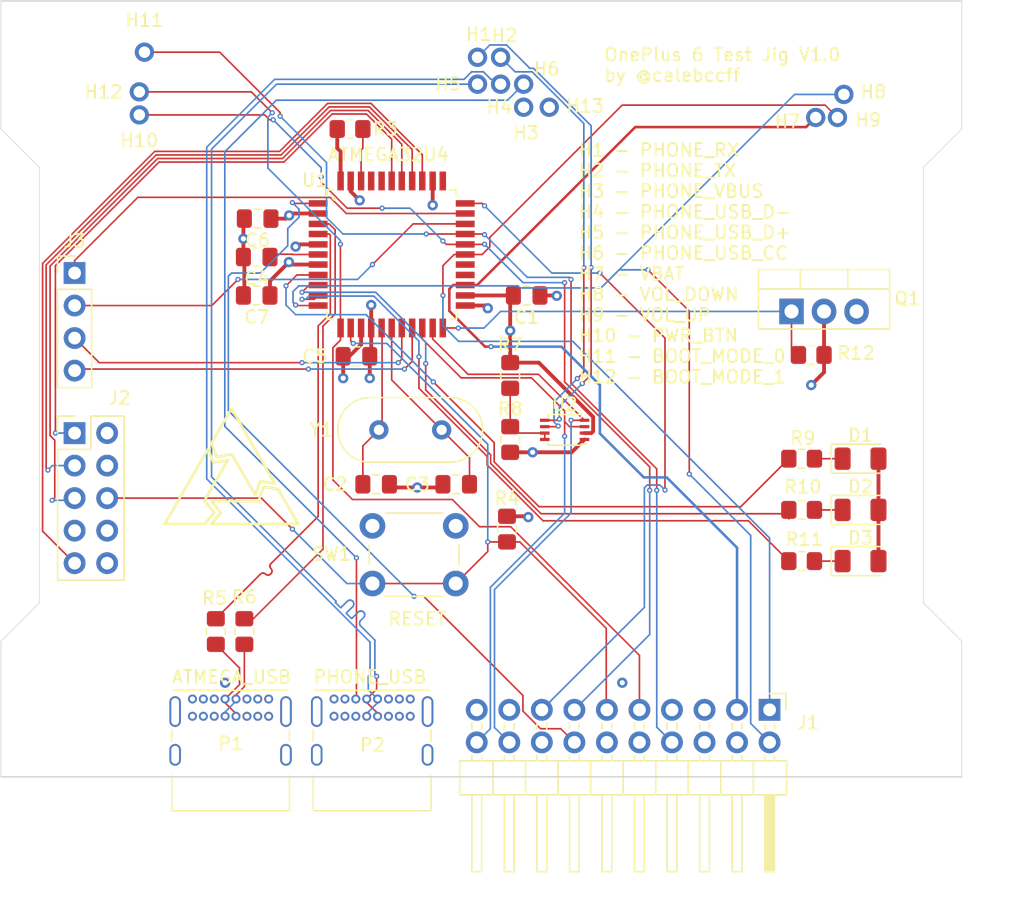
<source format=kicad_pcb>
(kicad_pcb (version 20171130) (host pcbnew 5.1.10)
  (layers (0 F.Cu signal) (1 In1.Cu power) (2 In2.Cu power) (31 B.Cu signal) (34 B.Paste user) (35 F.Paste user) (36 B.SilkS user) (37 F.SilkS user) (38 B.Mask user) (39 F.Mask user) (44 Edge.Cuts user))
  (net 0 "")
  (net 1 GND)
  (net 2 /5v)
  (net 3 OSC2)
  (net 4 OSC1)
  (net 5 "Net-(C4-Pad1)")
  (net 6 "Net-(D1-Pad1)")
  (net 7 PHONE_RX)
  (net 8 PHONE_TX)
  (net 9 PHONE_VBUS)
  (net 10 PHONE_USB_CC)
  (net 11 VBAT)
  (net 12 VOL_DOWN)
  (net 13 VOL_UP)
  (net 14 PWR_BTN)
  (net 15 BOOT_MODE_0)
  (net 16 BOOT_MODE_1)
  (net 17 JTAG_TCK)
  (net 18 "Net-(R3-Pad1)")
  (net 19 RESET)
  (net 20 /1.8v)
  (net 21 INT6)
  (net 22 "Net-(U1-Pad26)")
  (net 23 "Net-(U1-Pad27)")
  (net 24 HWB)
  (net 25 JTAG_TDI)
  (net 26 JTAG_TCO)
  (net 27 JTAG_TMS)
  (net 28 "Net-(U1-Pad40)")
  (net 29 "Net-(U1-Pad41)")
  (net 30 "Net-(D2-Pad1)")
  (net 31 "Net-(D3-Pad1)")
  (net 32 "Net-(P1-PadB5)")
  (net 33 "Net-(P1-PadA5)")
  (net 34 "Net-(P2-PadB5)")
  (net 35 "Net-(J1-Pad12)")
  (net 36 "Net-(J2-Pad8)")
  (net 37 "Net-(J2-Pad7)")
  (net 38 PHONE_VBUS_SWITCHED)
  (net 39 VBUS_EN)
  (net 40 "Net-(J1-Pad16)")
  (net 41 "Net-(J1-Pad4)")
  (net 42 "Net-(J3-Pad4)")
  (net 43 "Net-(J3-Pad3)")
  (net 44 "Net-(J3-Pad2)")
  (net 45 "Net-(J3-Pad1)")
  (net 46 PHONE_USB_D-)
  (net 47 PHONE_USB_D+)
  (net 48 /ATMEGA_USB_D-)
  (net 49 /ATMEGA_USB_D+)
  (net 50 /ATMEGA_USB_R_D-)
  (net 51 /ATMEGA_USB_R_D+)
  (net 52 /LED_R_EN)
  (net 53 /LED_G_EN)
  (net 54 /LEG_B_EN)
  (net 55 ATMEGA_RX)
  (net 56 ATMEGA_TX)
  (net 57 "Net-(J1-Pad7)")
  (net 58 "Net-(J1-Pad6)")
  (net 59 "Net-(J1-Pad5)")
  (module Connector_USB:USB_C_Receptacle_GCT_USB4085 (layer F.Cu) (at 98 125.52)
    (fp_text reference P2 (at 3 3.58) (layer F.SilkS))
    (fp_text value USB_C_PHONE)
    (pad S1 thru_hole oval (at 7.3 4.36) (size 0.9 1.7) (drill oval 0.6 1.4) (layers *.Cu *.Mask) (net 1 GND))
    (pad S1 thru_hole oval (at -1.35 4.36) (size 0.9 1.7) (drill oval 0.6 1.4) (layers *.Cu *.Mask) (net 1 GND))
    (pad S1 thru_hole oval (at 7.3 0.98) (size 0.9 2.4) (drill oval 0.6 2.1) (layers *.Cu *.Mask) (net 1 GND))
    (pad S1 thru_hole oval (at -1.35 0.98) (size 0.9 2.4) (drill oval 0.6 2.1) (layers *.Cu *.Mask) (net 1 GND))
    (pad B6 thru_hole circle (at 3.4 1.35) (size 0.7 0.7) (drill 0.4) (layers *.Cu *.Mask) (net 47 PHONE_USB_D+))
    (pad B1 thru_hole circle (at 5.95 1.35) (size 0.7 0.7) (drill 0.4) (layers *.Cu *.Mask) (net 1 GND))
    (pad B4 thru_hole circle (at 5.1 1.35) (size 0.7 0.7) (drill 0.4) (layers *.Cu *.Mask) (net 9 PHONE_VBUS))
    (pad B5 thru_hole circle (at 4.25 1.35) (size 0.7 0.7) (drill 0.4) (layers *.Cu *.Mask) (net 34 "Net-(P2-PadB5)"))
    (pad B12 thru_hole circle (at 0 1.35) (size 0.7 0.7) (drill 0.4) (layers *.Cu *.Mask) (net 1 GND))
    (pad B8 thru_hole circle (at 1.7 1.35) (size 0.7 0.7) (drill 0.4) (layers *.Cu *.Mask))
    (pad B7 thru_hole circle (at 2.55 1.35) (size 0.7 0.7) (drill 0.4) (layers *.Cu *.Mask) (net 46 PHONE_USB_D-))
    (pad B9 thru_hole circle (at 0.85 1.35) (size 0.7 0.7) (drill 0.4) (layers *.Cu *.Mask) (net 9 PHONE_VBUS))
    (pad A12 thru_hole circle (at 5.95 0) (size 0.7 0.7) (drill 0.4) (layers *.Cu *.Mask) (net 1 GND))
    (pad A9 thru_hole circle (at 5.1 0) (size 0.7 0.7) (drill 0.4) (layers *.Cu *.Mask) (net 9 PHONE_VBUS))
    (pad A8 thru_hole circle (at 4.25 0) (size 0.7 0.7) (drill 0.4) (layers *.Cu *.Mask))
    (pad A7 thru_hole circle (at 3.4 0) (size 0.7 0.7) (drill 0.4) (layers *.Cu *.Mask) (net 46 PHONE_USB_D-))
    (pad A6 thru_hole circle (at 2.55 0) (size 0.7 0.7) (drill 0.4) (layers *.Cu *.Mask) (net 47 PHONE_USB_D+))
    (pad A5 thru_hole circle (at 1.7 0) (size 0.7 0.7) (drill 0.4) (layers *.Cu *.Mask) (net 10 PHONE_USB_CC))
    (pad A4 thru_hole circle (at 0.85 0) (size 0.7 0.7) (drill 0.4) (layers *.Cu *.Mask) (net 9 PHONE_VBUS))
    (pad A1 thru_hole circle (at 0 0) (size 0.7 0.7) (drill 0.4) (layers *.Cu *.Mask) (net 1 GND))
  )
  (module Resistor_SMD:R_0805_2012Metric_Pad1.20x1.40mm_HandSolder (layer F.Cu) (at 111.75 100.25 270)
    (fp_text reference R7 (at -2.4 0 180) (layer F.SilkS))
    (fp_text value 10k)
    (pad 2 smd roundrect (at 1 0 270) (size 1.2 1.4) (layers F.Cu F.Paste F.Mask) (roundrect_rratio 0.2083325) (net 20 /1.8v))
    (pad 1 smd roundrect (at -1 0 270) (size 1.2 1.4) (layers F.Cu F.Paste F.Mask) (roundrect_rratio 0.2083325) (net 2 /5v))
  )
  (module Connector_PinHeader_2.54mm:PinHeader_1x04_P2.54mm_Vertical (layer F.Cu) (at 77.75 92.25)
    (fp_text reference J3 (at 0 -2.5) (layer F.SilkS))
    (fp_text value ATMEGA_MISC_GPIO)
    (pad 4 thru_hole oval (at 0 7.62) (size 1.7 1.7) (drill 1) (layers *.Cu *.Mask) (net 42 "Net-(J3-Pad4)"))
    (pad 3 thru_hole oval (at 0 5.08) (size 1.7 1.7) (drill 1) (layers *.Cu *.Mask) (net 43 "Net-(J3-Pad3)"))
    (pad 2 thru_hole oval (at 0 2.54) (size 1.7 1.7) (drill 1) (layers *.Cu *.Mask) (net 44 "Net-(J3-Pad2)"))
    (pad 1 thru_hole rect (at 0 0) (size 1.7 1.7) (drill 1) (layers *.Cu *.Mask) (net 45 "Net-(J3-Pad1)"))
  )
  (module Resistor_SMD:R_0805_2012Metric_Pad1.20x1.40mm_HandSolder (layer F.Cu) (at 135.25 98.65 180)
    (fp_text reference R12 (at -3.5 0.15) (layer F.SilkS))
    (fp_text value 10k)
    (pad 2 smd roundrect (at 1 0 180) (size 1.2 1.4) (layers F.Cu F.Paste F.Mask) (roundrect_rratio 0.2083325) (net 39 VBUS_EN))
    (pad 1 smd roundrect (at -1 0 180) (size 1.2 1.4) (layers F.Cu F.Paste F.Mask) (roundrect_rratio 0.2083325) (net 9 PHONE_VBUS))
  )
  (module Package_TO_SOT_THT:TO-220-3_Vertical (layer F.Cu) (at 133.71 95.25)
    (fp_text reference Q1 (at 9.04 -1) (layer F.SilkS))
    (fp_text value FQP27P06)
    (pad 3 thru_hole oval (at 5.08 0) (size 1.905 2) (drill 1.1) (layers *.Cu *.Mask) (net 38 PHONE_VBUS_SWITCHED))
    (pad 2 thru_hole oval (at 2.54 0) (size 1.905 2) (drill 1.1) (layers *.Cu *.Mask) (net 9 PHONE_VBUS))
    (pad 1 thru_hole rect (at 0 0) (size 1.905 2) (drill 1.1) (layers *.Cu *.Mask) (net 39 VBUS_EN))
  )
  (module Resistor_SMD:R_0805_2012Metric_Pad1.20x1.40mm_HandSolder (layer F.Cu) (at 91 120.25 270)
    (fp_text reference R6 (at -2.7 0) (layer F.SilkS))
    (fp_text value 22)
    (pad 2 smd roundrect (at 1 0 270) (size 1.2 1.4) (layers F.Cu F.Paste F.Mask) (roundrect_rratio 0.2083325) (net 49 /ATMEGA_USB_D+))
    (pad 1 smd roundrect (at -1 0 270) (size 1.2 1.4) (layers F.Cu F.Paste F.Mask) (roundrect_rratio 0.2083325) (net 51 /ATMEGA_USB_R_D+))
  )
  (module Connector_PinHeader_2.54mm:PinHeader_2x05_P2.54mm_Vertical (layer F.Cu) (at 77.75 104.75)
    (fp_text reference J2 (at 3.5 -2.75) (layer F.SilkS))
    (fp_text value JTAG_ATMEGA)
    (pad 10 thru_hole oval (at 2.54 10.16) (size 1.7 1.7) (drill 1) (layers *.Cu *.Mask) (net 1 GND))
    (pad 9 thru_hole oval (at 0 10.16) (size 1.7 1.7) (drill 1) (layers *.Cu *.Mask) (net 25 JTAG_TDI))
    (pad 8 thru_hole oval (at 2.54 7.62) (size 1.7 1.7) (drill 1) (layers *.Cu *.Mask) (net 36 "Net-(J2-Pad8)"))
    (pad 7 thru_hole oval (at 0 7.62) (size 1.7 1.7) (drill 1) (layers *.Cu *.Mask) (net 37 "Net-(J2-Pad7)"))
    (pad 6 thru_hole oval (at 2.54 5.08) (size 1.7 1.7) (drill 1) (layers *.Cu *.Mask) (net 19 RESET))
    (pad 5 thru_hole oval (at 0 5.08) (size 1.7 1.7) (drill 1) (layers *.Cu *.Mask) (net 27 JTAG_TMS))
    (pad 4 thru_hole oval (at 2.54 2.54) (size 1.7 1.7) (drill 1) (layers *.Cu *.Mask) (net 2 /5v))
    (pad 3 thru_hole oval (at 0 2.54) (size 1.7 1.7) (drill 1) (layers *.Cu *.Mask) (net 26 JTAG_TCO))
    (pad 2 thru_hole oval (at 2.54 0) (size 1.7 1.7) (drill 1) (layers *.Cu *.Mask) (net 1 GND))
    (pad 1 thru_hole rect (at 0 0) (size 1.7 1.7) (drill 1) (layers *.Cu *.Mask) (net 17 JTAG_TCK))
  )
  (module Capacitor_SMD:C_0805_2012Metric_Pad1.18x1.45mm_HandSolder (layer F.Cu) (at 91.9625 94 180)
    (fp_text reference C7 (at 0 -1.68) (layer F.SilkS))
    (fp_text value 0.1uF)
    (pad 2 smd roundrect (at 1.0375 0 180) (size 1.175 1.45) (layers F.Cu F.Paste F.Mask) (roundrect_rratio 0.2127659574468085) (net 1 GND))
    (pad 1 smd roundrect (at -1.0375 0 180) (size 1.175 1.45) (layers F.Cu F.Paste F.Mask) (roundrect_rratio 0.2127659574468085) (net 2 /5v))
  )
  (module Capacitor_SMD:C_0805_2012Metric_Pad1.18x1.45mm_HandSolder (layer F.Cu) (at 92.0375 88 180)
    (fp_text reference C6 (at 0 -1.68) (layer F.SilkS))
    (fp_text value 0.1uF)
    (pad 2 smd roundrect (at 1.0375 0 180) (size 1.175 1.45) (layers F.Cu F.Paste F.Mask) (roundrect_rratio 0.2127659574468085) (net 1 GND))
    (pad 1 smd roundrect (at -1.0375 0 180) (size 1.175 1.45) (layers F.Cu F.Paste F.Mask) (roundrect_rratio 0.2127659574468085) (net 2 /5v))
  )
  (module Capacitor_SMD:C_0805_2012Metric_Pad1.18x1.45mm_HandSolder (layer F.Cu) (at 99.75 98.75)
    (fp_text reference C5 (at -3.25 0 180) (layer F.SilkS))
    (fp_text value 0.1uF)
    (pad 2 smd roundrect (at 1.0375 0) (size 1.175 1.45) (layers F.Cu F.Paste F.Mask) (roundrect_rratio 0.2127659574468085) (net 1 GND))
    (pad 1 smd roundrect (at -1.0375 0) (size 1.175 1.45) (layers F.Cu F.Paste F.Mask) (roundrect_rratio 0.2127659574468085) (net 2 /5v))
  )
  (module Capacitor_SMD:C_0805_2012Metric_Pad1.18x1.45mm_HandSolder (layer F.Cu) (at 91.9625 91 180)
    (fp_text reference C4 (at 0 -1.68) (layer F.SilkS))
    (fp_text value 1uF)
    (pad 2 smd roundrect (at 1.0375 0 180) (size 1.175 1.45) (layers F.Cu F.Paste F.Mask) (roundrect_rratio 0.2127659574468085) (net 1 GND))
    (pad 1 smd roundrect (at -1.0375 0 180) (size 1.175 1.45) (layers F.Cu F.Paste F.Mask) (roundrect_rratio 0.2127659574468085) (net 5 "Net-(C4-Pad1)"))
  )
  (module Capacitor_SMD:C_0805_2012Metric_Pad1.18x1.45mm_HandSolder (layer F.Cu) (at 107.5375 108.75 180)
    (fp_text reference C3 (at 3.0375 0) (layer F.SilkS))
    (fp_text value 22pF)
    (pad 2 smd roundrect (at 1.0375 0 180) (size 1.175 1.45) (layers F.Cu F.Paste F.Mask) (roundrect_rratio 0.2127659574468085) (net 1 GND))
    (pad 1 smd roundrect (at -1.0375 0 180) (size 1.175 1.45) (layers F.Cu F.Paste F.Mask) (roundrect_rratio 0.2127659574468085) (net 4 OSC1))
  )
  (module Capacitor_SMD:C_0805_2012Metric_Pad1.18x1.45mm_HandSolder (layer F.Cu) (at 101.2875 108.75)
    (fp_text reference C2 (at -3.2125 0 180) (layer F.SilkS))
    (fp_text value 22pF)
    (pad 2 smd roundrect (at 1.0375 0) (size 1.175 1.45) (layers F.Cu F.Paste F.Mask) (roundrect_rratio 0.2127659574468085) (net 1 GND))
    (pad 1 smd roundrect (at -1.0375 0) (size 1.175 1.45) (layers F.Cu F.Paste F.Mask) (roundrect_rratio 0.2127659574468085) (net 3 OSC2))
  )
  (module Capacitor_SMD:C_0805_2012Metric_Pad1.18x1.45mm_HandSolder (layer F.Cu) (at 113.038 94)
    (fp_text reference C1 (at 0 1.7) (layer F.SilkS))
    (fp_text value 1uF)
    (pad 2 smd roundrect (at 1.0375 0) (size 1.175 1.45) (layers F.Cu F.Paste F.Mask) (roundrect_rratio 0.2127659574468085) (net 1 GND))
    (pad 1 smd roundrect (at -1.0375 0) (size 1.175 1.45) (layers F.Cu F.Paste F.Mask) (roundrect_rratio 0.2127659574468085) (net 2 /5v))
  )
  (module op6-jig:TestPoint_Plated_Hole_D0.9mm (layer F.Cu) (at 114.8 79.3)
    (fp_text reference H13 (at 2.8 -0.1) (layer F.SilkS))
    (fp_text value GND)
    (pad 1 thru_hole circle (at 0 0) (size 1.5 1.5) (drill 0.9) (layers *.Cu *.Mask) (net 1 GND))
  )
  (module op6-jig:TestPoint_Plated_Hole_D0.9mm (layer F.Cu) (at 82.8 78.1)
    (fp_text reference H12 (at -2.8 0) (layer F.SilkS))
    (fp_text value BOOT_MODE_1)
    (pad 1 thru_hole circle (at 0 0) (size 1.5 1.5) (drill 0.9) (layers *.Cu *.Mask) (net 16 BOOT_MODE_1))
  )
  (module op6-jig:TestPoint_Plated_Hole_D0.9mm (layer F.Cu) (at 83.2 75)
    (fp_text reference H11 (at 0 -2.498) (layer F.SilkS))
    (fp_text value BOOT_MODE_0)
    (pad 1 thru_hole circle (at 0 0) (size 1.5 1.5) (drill 0.9) (layers *.Cu *.Mask) (net 15 BOOT_MODE_0))
  )
  (module op6-jig:TestPoint_Plated_Hole_D0.9mm (layer F.Cu) (at 82.8 79.9)
    (fp_text reference H10 (at 0 2) (layer F.SilkS))
    (fp_text value PWR_BTN)
    (pad 1 thru_hole circle (at 0 0) (size 1.5 1.5) (drill 0.9) (layers *.Cu *.Mask) (net 14 PWR_BTN))
  )
  (module op6-jig:TestPoint_Plated_Hole_D0.9mm (layer F.Cu) (at 137.3 80.1)
    (fp_text reference H9 (at 2.4 0.2) (layer F.SilkS))
    (fp_text value VOL_UP)
    (pad 1 thru_hole circle (at 0 0) (size 1.5 1.5) (drill 0.9) (layers *.Cu *.Mask) (net 13 VOL_UP))
  )
  (module op6-jig:TestPoint_Plated_Hole_D0.9mm (layer F.Cu) (at 137.8 78.3)
    (fp_text reference H8 (at 2.3 -0.2) (layer F.SilkS))
    (fp_text value VOL_DOWN)
    (pad 1 thru_hole circle (at 0 0) (size 1.5 1.5) (drill 0.9) (layers *.Cu *.Mask) (net 12 VOL_DOWN))
  )
  (module op6-jig:TestPoint_Plated_Hole_D0.9mm (layer F.Cu) (at 135.6 80.1)
    (fp_text reference H7 (at -2.2 0.3) (layer F.SilkS))
    (fp_text value VBAT0)
    (pad 1 thru_hole circle (at 0 0) (size 1.5 1.5) (drill 0.9) (layers *.Cu *.Mask) (net 11 VBAT))
  )
  (module op6-jig:TestPoint_Plated_Hole_D0.9mm (layer F.Cu) (at 112.8 77.5)
    (fp_text reference H6 (at 1.8 -1.2) (layer F.SilkS))
    (fp_text value PHONE_USB_CC)
    (pad 1 thru_hole circle (at 0 0) (size 1.5 1.5) (drill 0.9) (layers *.Cu *.Mask) (net 10 PHONE_USB_CC))
  )
  (module op6-jig:TestPoint_Plated_Hole_D0.9mm (layer F.Cu) (at 109.2 77.5)
    (fp_text reference H5 (at -2.3 0) (layer F.SilkS))
    (fp_text value PHONE_USB_D+)
    (pad 1 thru_hole circle (at 0 0) (size 1.5 1.5) (drill 0.9) (layers *.Cu *.Mask) (net 47 PHONE_USB_D+))
  )
  (module op6-jig:TestPoint_Plated_Hole_D0.9mm (layer F.Cu) (at 111 77.5)
    (fp_text reference H4 (at -0.1 1.8) (layer F.SilkS))
    (fp_text value PHONE_USB_D-)
    (pad 1 thru_hole circle (at 0 0) (size 1.5 1.5) (drill 0.9) (layers *.Cu *.Mask) (net 46 PHONE_USB_D-))
  )
  (module op6-jig:TestPoint_Plated_Hole_D0.9mm (layer F.Cu) (at 112.8 79.3)
    (fp_text reference H3 (at 0.2 2) (layer F.SilkS))
    (fp_text value PHONE_VBUS)
    (pad 1 thru_hole circle (at 0 0) (size 1.5 1.5) (drill 0.9) (layers *.Cu *.Mask) (net 38 PHONE_VBUS_SWITCHED))
  )
  (module op6-jig:TestPoint_Plated_Hole_D0.9mm (layer F.Cu) (at 111 75.4)
    (fp_text reference H2 (at 0.3 -1.7) (layer F.SilkS))
    (fp_text value Tx)
    (pad 1 thru_hole circle (at 0 0) (size 1.5 1.5) (drill 0.9) (layers *.Cu *.Mask) (net 8 PHONE_TX))
  )
  (module op6-jig:TestPoint_Plated_Hole_D0.9mm (layer F.Cu) (at 109.2 75.4)
    (fp_text reference H1 (at 0.1 -1.8) (layer F.SilkS))
    (fp_text value Rx)
    (pad 1 thru_hole circle (at 0 0) (size 1.5 1.5) (drill 0.9) (layers *.Cu *.Mask) (net 7 PHONE_RX))
  )
  (module Crystal:Crystal_HC18-U_Vertical (layer F.Cu) (at 101.5 104.5)
    (fp_text reference Y1 (at -4.5 0 -180) (layer F.SilkS))
    (fp_text value 16MHz)
    (pad 2 thru_hole circle (at 4.9 0) (size 1.5 1.5) (drill 0.8) (layers *.Cu *.Mask) (net 4 OSC1))
    (pad 1 thru_hole circle (at 0 0) (size 1.5 1.5) (drill 0.8) (layers *.Cu *.Mask) (net 3 OSC2))
  )
  (module Package_SO:VSSOP-8_2.4x2.1mm_P0.5mm (layer F.Cu) (at 116 104.5 180)
    (fp_text reference U2 (at 0 2) (layer F.SilkS))
    (fp_text value LSF0102YZTR)
    (pad 8 smd rect (at 1.55 -0.75 180) (size 0.75 0.25) (layers F.Cu F.Paste F.Mask) (net 20 /1.8v))
    (pad 7 smd rect (at 1.55 -0.25 180) (size 0.75 0.25) (layers F.Cu F.Paste F.Mask) (net 20 /1.8v))
    (pad 6 smd rect (at 1.55 0.25 180) (size 0.75 0.25) (layers F.Cu F.Paste F.Mask) (net 8 PHONE_TX))
    (pad 5 smd rect (at 1.55 0.75 180) (size 0.75 0.25) (layers F.Cu F.Paste F.Mask) (net 7 PHONE_RX))
    (pad 4 smd rect (at -1.55 0.75 180) (size 0.75 0.25) (layers F.Cu F.Paste F.Mask) (net 56 ATMEGA_TX))
    (pad 3 smd rect (at -1.55 0.25 180) (size 0.75 0.25) (layers F.Cu F.Paste F.Mask) (net 55 ATMEGA_RX))
    (pad 2 smd rect (at -1.55 -0.25 180) (size 0.75 0.25) (layers F.Cu F.Paste F.Mask) (net 2 /5v))
    (pad 1 smd rect (at -1.55 -0.75 180) (size 0.75 0.25) (layers F.Cu F.Paste F.Mask) (net 1 GND))
  )
  (module ATmega32U4:ATmega32U4 (layer F.Cu) (at 102.5 90.8)
    (fp_text reference U1 (at -6 -5.8) (layer F.SilkS))
    (fp_text value ATMEGA32U4 (at -0.25 -7.8) (layer F.SilkS))
    (pad 1 smd rect (at -5.7404 -3.9878 270) (size 0.508 1.4732) (layers F.Cu F.Paste F.Mask) (net 21 INT6))
    (pad 2 smd rect (at -5.7404 -3.2004 270) (size 0.508 1.4732) (layers F.Cu F.Paste F.Mask) (net 2 /5v))
    (pad 3 smd rect (at -5.7404 -2.3876 270) (size 0.508 1.4732) (layers F.Cu F.Paste F.Mask) (net 51 /ATMEGA_USB_R_D+))
    (pad 4 smd rect (at -5.7404 -1.6002 270) (size 0.508 1.4732) (layers F.Cu F.Paste F.Mask) (net 50 /ATMEGA_USB_R_D-))
    (pad 5 smd rect (at -5.7404 -0.7874 270) (size 0.508 1.4732) (layers F.Cu F.Paste F.Mask) (net 1 GND))
    (pad 6 smd rect (at -5.7404 0 270) (size 0.508 1.4732) (layers F.Cu F.Paste F.Mask) (net 5 "Net-(C4-Pad1)"))
    (pad 7 smd rect (at -5.7404 0.7874 270) (size 0.508 1.4732) (layers F.Cu F.Paste F.Mask) (net 2 /5v))
    (pad 8 smd rect (at -5.7404 1.6002 270) (size 0.508 1.4732) (layers F.Cu F.Paste F.Mask) (net 52 /LED_R_EN))
    (pad 9 smd rect (at -5.7404 2.3876 270) (size 0.508 1.4732) (layers F.Cu F.Paste F.Mask) (net 53 /LED_G_EN))
    (pad 10 smd rect (at -5.7404 3.2004 270) (size 0.508 1.4732) (layers F.Cu F.Paste F.Mask) (net 54 /LEG_B_EN))
    (pad 11 smd rect (at -5.7404 3.9878 270) (size 0.508 1.4732) (layers F.Cu F.Paste F.Mask) (net 12 VOL_DOWN))
    (pad 12 smd rect (at -3.9878 5.7404 180) (size 0.508 1.4732) (layers F.Cu F.Paste F.Mask) (net 16 BOOT_MODE_1))
    (pad 13 smd rect (at -3.2004 5.7404 180) (size 0.508 1.4732) (layers F.Cu F.Paste F.Mask) (net 19 RESET))
    (pad 14 smd rect (at -2.3876 5.7404 180) (size 0.508 1.4732) (layers F.Cu F.Paste F.Mask) (net 2 /5v))
    (pad 15 smd rect (at -1.6002 5.7404 180) (size 0.508 1.4732) (layers F.Cu F.Paste F.Mask) (net 1 GND))
    (pad 16 smd rect (at -0.7874 5.7404 180) (size 0.508 1.4732) (layers F.Cu F.Paste F.Mask) (net 3 OSC2))
    (pad 17 smd rect (at 0 5.7404 180) (size 0.508 1.4732) (layers F.Cu F.Paste F.Mask) (net 4 OSC1))
    (pad 18 smd rect (at 0.7874 5.7404 180) (size 0.508 1.4732) (layers F.Cu F.Paste F.Mask) (net 43 "Net-(J3-Pad3)"))
    (pad 19 smd rect (at 1.6002 5.7404 180) (size 0.508 1.4732) (layers F.Cu F.Paste F.Mask) (net 42 "Net-(J3-Pad4)"))
    (pad 20 smd rect (at 2.3876 5.7404 180) (size 0.508 1.4732) (layers F.Cu F.Paste F.Mask) (net 55 ATMEGA_RX))
    (pad 21 smd rect (at 3.2004 5.7404 180) (size 0.508 1.4732) (layers F.Cu F.Paste F.Mask) (net 56 ATMEGA_TX))
    (pad 22 smd rect (at 3.9878 5.7404 180) (size 0.508 1.4732) (layers F.Cu F.Paste F.Mask) (net 39 VBUS_EN))
    (pad 23 smd rect (at 5.7404 3.9878 270) (size 0.508 1.4732) (layers F.Cu F.Paste F.Mask) (net 1 GND))
    (pad 24 smd rect (at 5.7404 3.2004 270) (size 0.508 1.4732) (layers F.Cu F.Paste F.Mask) (net 2 /5v))
    (pad 25 smd rect (at 5.7404 2.3876 270) (size 0.508 1.4732) (layers F.Cu F.Paste F.Mask) (net 11 VBAT))
    (pad 26 smd rect (at 5.7404 1.6002 270) (size 0.508 1.4732) (layers F.Cu F.Paste F.Mask) (net 22 "Net-(U1-Pad26)"))
    (pad 27 smd rect (at 5.7404 0.7874 270) (size 0.508 1.4732) (layers F.Cu F.Paste F.Mask) (net 23 "Net-(U1-Pad27)"))
    (pad 28 smd rect (at 5.7404 0 270) (size 0.508 1.4732) (layers F.Cu F.Paste F.Mask) (net 13 VOL_UP))
    (pad 29 smd rect (at 5.7404 -0.7874 270) (size 0.508 1.4732) (layers F.Cu F.Paste F.Mask) (net 14 PWR_BTN))
    (pad 30 smd rect (at 5.7404 -1.6002 270) (size 0.508 1.4732) (layers F.Cu F.Paste F.Mask) (net 15 BOOT_MODE_0))
    (pad 31 smd rect (at 5.7404 -2.3876 270) (size 0.508 1.4732) (layers F.Cu F.Paste F.Mask) (net 44 "Net-(J3-Pad2)"))
    (pad 32 smd rect (at 5.7404 -3.2004 270) (size 0.508 1.4732) (layers F.Cu F.Paste F.Mask) (net 45 "Net-(J3-Pad1)"))
    (pad 33 smd rect (at 5.7404 -3.9878 270) (size 0.508 1.4732) (layers F.Cu F.Paste F.Mask) (net 24 HWB))
    (pad 34 smd rect (at 3.9878 -5.7404 180) (size 0.508 1.4732) (layers F.Cu F.Paste F.Mask) (net 2 /5v))
    (pad 35 smd rect (at 3.2004 -5.7404 180) (size 0.508 1.4732) (layers F.Cu F.Paste F.Mask) (net 1 GND))
    (pad 36 smd rect (at 2.3876 -5.7404 180) (size 0.508 1.4732) (layers F.Cu F.Paste F.Mask) (net 25 JTAG_TDI))
    (pad 37 smd rect (at 1.6002 -5.7404 180) (size 0.508 1.4732) (layers F.Cu F.Paste F.Mask) (net 26 JTAG_TCO))
    (pad 38 smd rect (at 0.7874 -5.7404 180) (size 0.508 1.4732) (layers F.Cu F.Paste F.Mask) (net 27 JTAG_TMS))
    (pad 39 smd rect (at 0 -5.7404 180) (size 0.508 1.4732) (layers F.Cu F.Paste F.Mask) (net 17 JTAG_TCK))
    (pad 40 smd rect (at -0.7874 -5.7404 180) (size 0.508 1.4732) (layers F.Cu F.Paste F.Mask) (net 28 "Net-(U1-Pad40)"))
    (pad 41 smd rect (at -1.6002 -5.7404 180) (size 0.508 1.4732) (layers F.Cu F.Paste F.Mask) (net 29 "Net-(U1-Pad41)"))
    (pad 42 smd rect (at -2.3876 -5.7404 180) (size 0.508 1.4732) (layers F.Cu F.Paste F.Mask) (net 18 "Net-(R3-Pad1)"))
    (pad 43 smd rect (at -3.2004 -5.7404 180) (size 0.508 1.4732) (layers F.Cu F.Paste F.Mask) (net 1 GND))
    (pad 44 smd rect (at -3.9878 -5.7404 180) (size 0.508 1.4732) (layers F.Cu F.Paste F.Mask) (net 2 /5v))
  )
  (module Button_Switch_THT:SW_PUSH_6mm (layer F.Cu) (at 101 112)
    (fp_text reference SW1 (at -3.2 2.2) (layer F.SilkS))
    (fp_text value SW_RESET)
    (pad 1 thru_hole circle (at 6.5 0 90) (size 2 2) (drill 1.1) (layers *.Cu *.Mask) (net 1 GND))
    (pad 2 thru_hole circle (at 6.5 4.5 90) (size 2 2) (drill 1.1) (layers *.Cu *.Mask) (net 19 RESET))
    (pad 1 thru_hole circle (at 0 0 90) (size 2 2) (drill 1.1) (layers *.Cu *.Mask) (net 1 GND))
    (pad 2 thru_hole circle (at 0 4.5 90) (size 2 2) (drill 1.1) (layers *.Cu *.Mask) (net 19 RESET))
  )
  (module Resistor_SMD:R_0805_2012Metric_Pad1.20x1.40mm_HandSolder (layer F.Cu) (at 134.5 114.75 180)
    (fp_text reference R11 (at -0.2 1.7) (layer F.SilkS))
    (fp_text value 220)
    (pad 1 smd roundrect (at -1 0 180) (size 1.2 1.4) (layers F.Cu F.Paste F.Mask) (roundrect_rratio 0.2083325) (net 31 "Net-(D3-Pad1)"))
    (pad 2 smd roundrect (at 1 0 180) (size 1.2 1.4) (layers F.Cu F.Paste F.Mask) (roundrect_rratio 0.2083325) (net 54 /LEG_B_EN))
  )
  (module Resistor_SMD:R_0805_2012Metric_Pad1.20x1.40mm_HandSolder (layer F.Cu) (at 134.5 110.75 180)
    (fp_text reference R10 (at -0.1 1.8) (layer F.SilkS))
    (fp_text value 220)
    (pad 1 smd roundrect (at -1 0 180) (size 1.2 1.4) (layers F.Cu F.Paste F.Mask) (roundrect_rratio 0.2083325) (net 30 "Net-(D2-Pad1)"))
    (pad 2 smd roundrect (at 1 0 180) (size 1.2 1.4) (layers F.Cu F.Paste F.Mask) (roundrect_rratio 0.2083325) (net 53 /LED_G_EN))
  )
  (module Resistor_SMD:R_0805_2012Metric_Pad1.20x1.40mm_HandSolder (layer F.Cu) (at 134.5 106.75 180)
    (fp_text reference R9 (at -0.1 1.6) (layer F.SilkS))
    (fp_text value 220)
    (pad 1 smd roundrect (at -1 0 180) (size 1.2 1.4) (layers F.Cu F.Paste F.Mask) (roundrect_rratio 0.2083325) (net 6 "Net-(D1-Pad1)"))
    (pad 2 smd roundrect (at 1 0 180) (size 1.2 1.4) (layers F.Cu F.Paste F.Mask) (roundrect_rratio 0.2083325) (net 52 /LED_R_EN))
  )
  (module Resistor_SMD:R_0805_2012Metric_Pad1.20x1.40mm_HandSolder (layer F.Cu) (at 111.75 105.25 270)
    (fp_text reference R8 (at -2.4 0 180) (layer F.SilkS))
    (fp_text value 5k)
    (pad 2 smd roundrect (at 1 0 270) (size 1.2 1.4) (layers F.Cu F.Paste F.Mask) (roundrect_rratio 0.2083325) (net 1 GND))
    (pad 1 smd roundrect (at -1 0 270) (size 1.2 1.4) (layers F.Cu F.Paste F.Mask) (roundrect_rratio 0.2083325) (net 20 /1.8v))
  )
  (module Resistor_SMD:R_0805_2012Metric_Pad1.20x1.40mm_HandSolder (layer F.Cu) (at 88.773 120.25 270)
    (fp_text reference R5 (at -2.6 0.1) (layer F.SilkS))
    (fp_text value 22)
    (pad 2 smd roundrect (at 1 0 270) (size 1.2 1.4) (layers F.Cu F.Paste F.Mask) (roundrect_rratio 0.2083325) (net 48 /ATMEGA_USB_D-))
    (pad 1 smd roundrect (at -1 0 270) (size 1.2 1.4) (layers F.Cu F.Paste F.Mask) (roundrect_rratio 0.2083325) (net 50 /ATMEGA_USB_R_D-))
  )
  (module Resistor_SMD:R_0805_2012Metric_Pad1.20x1.40mm_HandSolder (layer F.Cu) (at 111.5 112.25 270)
    (fp_text reference R4 (at -2.4 0) (layer F.SilkS))
    (fp_text value 10k)
    (pad 2 smd roundrect (at 1 0 270) (size 1.2 1.4) (layers F.Cu F.Paste F.Mask) (roundrect_rratio 0.2083325) (net 19 RESET))
    (pad 1 smd roundrect (at -1 0 270) (size 1.2 1.4) (layers F.Cu F.Paste F.Mask) (roundrect_rratio 0.2083325) (net 2 /5v))
  )
  (module Resistor_SMD:R_0805_2012Metric_Pad1.20x1.40mm_HandSolder (layer F.Cu) (at 99.25 81 180)
    (fp_text reference R3 (at -2.75 0 180) (layer F.SilkS))
    (fp_text value 3.3k)
    (pad 2 smd roundrect (at 1 0 180) (size 1.2 1.4) (layers F.Cu F.Paste F.Mask) (roundrect_rratio 0.2083325) (net 2 /5v))
    (pad 1 smd roundrect (at -1 0 180) (size 1.2 1.4) (layers F.Cu F.Paste F.Mask) (roundrect_rratio 0.2083325) (net 18 "Net-(R3-Pad1)"))
  )
  (module Connector_USB:USB_C_Receptacle_GCT_USB4085 (layer F.Cu) (at 86.948 125.52)
    (fp_text reference P1 (at 3 3.48) (layer F.SilkS))
    (fp_text value USB_C_ATMEGA)
    (pad S1 thru_hole oval (at 7.3 4.36) (size 0.9 1.7) (drill oval 0.6 1.4) (layers *.Cu *.Mask) (net 1 GND))
    (pad S1 thru_hole oval (at -1.35 4.36) (size 0.9 1.7) (drill oval 0.6 1.4) (layers *.Cu *.Mask) (net 1 GND))
    (pad S1 thru_hole oval (at 7.3 0.98) (size 0.9 2.4) (drill oval 0.6 2.1) (layers *.Cu *.Mask) (net 1 GND))
    (pad S1 thru_hole oval (at -1.35 0.98) (size 0.9 2.4) (drill oval 0.6 2.1) (layers *.Cu *.Mask) (net 1 GND))
    (pad B6 thru_hole circle (at 3.4 1.35) (size 0.7 0.7) (drill 0.4) (layers *.Cu *.Mask) (net 48 /ATMEGA_USB_D-))
    (pad B1 thru_hole circle (at 5.95 1.35) (size 0.7 0.7) (drill 0.4) (layers *.Cu *.Mask) (net 1 GND))
    (pad B4 thru_hole circle (at 5.1 1.35) (size 0.7 0.7) (drill 0.4) (layers *.Cu *.Mask) (net 2 /5v))
    (pad B5 thru_hole circle (at 4.25 1.35) (size 0.7 0.7) (drill 0.4) (layers *.Cu *.Mask) (net 32 "Net-(P1-PadB5)"))
    (pad B12 thru_hole circle (at 0 1.35) (size 0.7 0.7) (drill 0.4) (layers *.Cu *.Mask) (net 1 GND))
    (pad B8 thru_hole circle (at 1.7 1.35) (size 0.7 0.7) (drill 0.4) (layers *.Cu *.Mask))
    (pad B7 thru_hole circle (at 2.55 1.35) (size 0.7 0.7) (drill 0.4) (layers *.Cu *.Mask) (net 49 /ATMEGA_USB_D+))
    (pad B9 thru_hole circle (at 0.85 1.35) (size 0.7 0.7) (drill 0.4) (layers *.Cu *.Mask) (net 2 /5v))
    (pad A12 thru_hole circle (at 5.95 0) (size 0.7 0.7) (drill 0.4) (layers *.Cu *.Mask) (net 1 GND))
    (pad A9 thru_hole circle (at 5.1 0) (size 0.7 0.7) (drill 0.4) (layers *.Cu *.Mask) (net 2 /5v))
    (pad A8 thru_hole circle (at 4.25 0) (size 0.7 0.7) (drill 0.4) (layers *.Cu *.Mask))
    (pad A7 thru_hole circle (at 3.4 0) (size 0.7 0.7) (drill 0.4) (layers *.Cu *.Mask) (net 49 /ATMEGA_USB_D+))
    (pad A6 thru_hole circle (at 2.55 0) (size 0.7 0.7) (drill 0.4) (layers *.Cu *.Mask) (net 48 /ATMEGA_USB_D-))
    (pad A5 thru_hole circle (at 1.7 0) (size 0.7 0.7) (drill 0.4) (layers *.Cu *.Mask) (net 33 "Net-(P1-PadA5)"))
    (pad A4 thru_hole circle (at 0.85 0) (size 0.7 0.7) (drill 0.4) (layers *.Cu *.Mask) (net 2 /5v))
    (pad A1 thru_hole circle (at 0 0) (size 0.7 0.7) (drill 0.4) (layers *.Cu *.Mask) (net 1 GND))
  )
  (module Connector_PinHeader_2.54mm:PinHeader_2x10_P2.54mm_Horizontal (layer F.Cu) (at 132 126.365 270)
    (fp_text reference J1 (at 1 -3) (layer F.SilkS))
    (fp_text value PHONE_TP_BREAKOUT)
    (pad 20 thru_hole oval (at 2.54 22.86 270) (size 1.7 1.7) (drill 1) (layers *.Cu *.Mask) (net 55 ATMEGA_RX))
    (pad 19 thru_hole oval (at 0 22.86 270) (size 1.7 1.7) (drill 1) (layers *.Cu *.Mask) (net 1 GND))
    (pad 18 thru_hole oval (at 2.54 20.32 270) (size 1.7 1.7) (drill 1) (layers *.Cu *.Mask) (net 56 ATMEGA_TX))
    (pad 17 thru_hole oval (at 0 20.32 270) (size 1.7 1.7) (drill 1) (layers *.Cu *.Mask) (net 9 PHONE_VBUS))
    (pad 16 thru_hole oval (at 2.54 17.78 270) (size 1.7 1.7) (drill 1) (layers *.Cu *.Mask) (net 40 "Net-(J1-Pad16)"))
    (pad 15 thru_hole oval (at 0 17.78 270) (size 1.7 1.7) (drill 1) (layers *.Cu *.Mask) (net 24 HWB))
    (pad 14 thru_hole oval (at 2.54 15.24 270) (size 1.7 1.7) (drill 1) (layers *.Cu *.Mask) (net 21 INT6))
    (pad 13 thru_hole oval (at 0 15.24 270) (size 1.7 1.7) (drill 1) (layers *.Cu *.Mask) (net 14 PWR_BTN))
    (pad 12 thru_hole oval (at 2.54 12.7 270) (size 1.7 1.7) (drill 1) (layers *.Cu *.Mask) (net 35 "Net-(J1-Pad12)"))
    (pad 11 thru_hole oval (at 0 12.7 270) (size 1.7 1.7) (drill 1) (layers *.Cu *.Mask) (net 19 RESET))
    (pad 10 thru_hole oval (at 2.54 10.16 270) (size 1.7 1.7) (drill 1) (layers *.Cu *.Mask) (net 1 GND))
    (pad 9 thru_hole oval (at 0 10.16 270) (size 1.7 1.7) (drill 1) (layers *.Cu *.Mask) (net 16 BOOT_MODE_1))
    (pad 8 thru_hole oval (at 2.54 7.62 270) (size 1.7 1.7) (drill 1) (layers *.Cu *.Mask) (net 15 BOOT_MODE_0))
    (pad 7 thru_hole oval (at 0 7.62 270) (size 1.7 1.7) (drill 1) (layers *.Cu *.Mask) (net 57 "Net-(J1-Pad7)"))
    (pad 6 thru_hole oval (at 2.54 5.08 270) (size 1.7 1.7) (drill 1) (layers *.Cu *.Mask) (net 58 "Net-(J1-Pad6)"))
    (pad 5 thru_hole oval (at 0 5.08 270) (size 1.7 1.7) (drill 1) (layers *.Cu *.Mask) (net 59 "Net-(J1-Pad5)"))
    (pad 4 thru_hole oval (at 2.54 2.54 270) (size 1.7 1.7) (drill 1) (layers *.Cu *.Mask) (net 41 "Net-(J1-Pad4)"))
    (pad 3 thru_hole oval (at 0 2.54 270) (size 1.7 1.7) (drill 1) (layers *.Cu *.Mask) (net 11 VBAT))
    (pad 2 thru_hole oval (at 2.54 0 270) (size 1.7 1.7) (drill 1) (layers *.Cu *.Mask) (net 12 VOL_DOWN))
    (pad 1 thru_hole rect (at 0 0 270) (size 1.7 1.7) (drill 1) (layers *.Cu *.Mask) (net 13 VOL_UP))
  )
  (module LED_SMD:LED_1206_3216Metric (layer F.Cu) (at 139.1 114.75)
    (fp_text reference D3 (at 0 -1.82) (layer F.SilkS))
    (fp_text value LED_B)
    (pad 1 smd roundrect (at -1.4 0) (size 1.25 1.75) (layers F.Cu F.Paste F.Mask) (roundrect_rratio 0.2) (net 31 "Net-(D3-Pad1)"))
    (pad 2 smd roundrect (at 1.4 0) (size 1.25 1.75) (layers F.Cu F.Paste F.Mask) (roundrect_rratio 0.2) (net 2 /5v))
  )
  (module LED_SMD:LED_1206_3216Metric (layer F.Cu) (at 139.1 110.75)
    (fp_text reference D2 (at 0 -1.82) (layer F.SilkS))
    (fp_text value LED_G)
    (pad 1 smd roundrect (at -1.4 0) (size 1.25 1.75) (layers F.Cu F.Paste F.Mask) (roundrect_rratio 0.2) (net 30 "Net-(D2-Pad1)"))
    (pad 2 smd roundrect (at 1.4 0) (size 1.25 1.75) (layers F.Cu F.Paste F.Mask) (roundrect_rratio 0.2) (net 2 /5v))
  )
  (module LED_SMD:LED_1206_3216Metric (layer F.Cu) (at 139.1 106.75)
    (fp_text reference D1 (at 0 -1.82) (layer F.SilkS))
    (fp_text value LED_R)
    (pad 1 smd roundrect (at -1.4 0) (size 1.25 1.75) (layers F.Cu F.Paste F.Mask) (roundrect_rratio 0.2) (net 6 "Net-(D1-Pad1)"))
    (pad 2 smd roundrect (at 1.4 0) (size 1.25 1.75) (layers F.Cu F.Paste F.Mask) (roundrect_rratio 0.2) (net 2 /5v))
  )
  (gr_text RESET (at 104.5 119.25) (layer F.SilkS) (effects (font (size 1 1))))
  (gr_text PHONE_USB (at 100.8 123.8) (layer F.SilkS) (effects (font (size 1 1))))
  (gr_text ATMEGA_USB (at 90 123.8) (layer F.SilkS) (effects (font (size 1 1))))
  (gr_text . (at 98 85.6) (layer F.SilkS) (effects (font (size 2 2))))
  (gr_text "H1 - PHONE_RX\nH2 - PHONE_TX\nH3 - PHONE_VBUS\nH4 - PHONE_USB_D-\nH5 - PHONE_USB_D+\nH6 - PHONE_USB_CC\nH7 - VBAT\nH8 - VOL_DOWN\nH9 - VOL_UP\nH10 - PWR_BTN\nH11 - BOOT_MODE_0\nH12 - BOOT_MODE_1" (at 117 91.5) (layer F.SilkS) (effects (font (size 1 1)) (justify left)))
  (gr_line (start 87.87332 110.04329) (end 87.91319 110.07834) (layer F.SilkS) (width 0.2))
  (gr_line (start 89.70665 106.86783) (end 87.87332 110.04329) (layer F.SilkS) (width 0.2))
  (gr_line (start 88.64447 110.95762) (end 87.91439 111.847162) (layer F.SilkS) (width 0.2))
  (gr_line (start 88.43348 111.846132) (end 89.16265 110.96072) (layer F.SilkS) (width 0.2))
  (gr_line (start 92.11057 110.02322) (end 92.5064 108.9503) (layer F.SilkS) (width 0.2))
  (gr_line (start 89.96419 106.41579) (end 89.96419 106.41579) (layer F.SilkS) (width 0.2))
  (gr_line (start 89.99598 102.82508) (end 93.3814 108.6888) (layer F.SilkS) (width 0.2))
  (gr_line (start 91.84782 109.57422) (end 90.01448 106.39876) (layer F.SilkS) (width 0.2))
  (gr_line (start 92.5064 108.9503) (end 93.64182 109.1378) (layer F.SilkS) (width 0.2))
  (gr_line (start 92.10015 110.0753) (end 92.11057 110.02322) (layer F.SilkS) (width 0.2))
  (gr_line (start 88.43175 105.53238) (end 89.99598 102.82508) (layer F.SilkS) (width 0.2))
  (gr_line (start 95.20435 111.846132) (end 88.43348 111.846132) (layer F.SilkS) (width 0.2))
  (gr_line (start 89.96419 106.41579) (end 88.83708 106.60943) (layer F.SilkS) (width 0.2))
  (gr_line (start 90.01448 106.39876) (end 89.96419 106.41579) (layer F.SilkS) (width 0.2))
  (gr_line (start 93.3814 108.6888) (end 92.25 108.5) (layer F.SilkS) (width 0.2))
  (gr_line (start 88.5753 107.05663) (end 89.70665 106.86783) (layer F.SilkS) (width 0.2))
  (gr_line (start 88.83708 106.60943) (end 88.43175 105.53238) (layer F.SilkS) (width 0.2))
  (gr_line (start 87.91319 110.07834) (end 87.91319 110.07834) (layer F.SilkS) (width 0.2))
  (gr_line (start 88.17307 105.98241) (end 88.5753 107.05663) (layer F.SilkS) (width 0.2))
  (gr_line (start 88.43348 110.0753) (end 92.10015 110.0753) (layer F.SilkS) (width 0.2))
  (gr_line (start 84.78765 111.846132) (end 88.17307 105.98241) (layer F.SilkS) (width 0.2))
  (gr_line (start 87.91439 111.847162) (end 84.78765 111.846132) (layer F.SilkS) (width 0.2))
  (gr_line (start 87.91319 110.07834) (end 88.64447 110.95762) (layer F.SilkS) (width 0.2))
  (gr_line (start 92.11057 110.02322) (end 92.11057 110.02322) (layer F.SilkS) (width 0.2))
  (gr_line (start 89.16265 110.96072) (end 88.43348 110.0753) (layer F.SilkS) (width 0.2))
  (gr_line (start 93.64182 109.1378) (end 95.20435 111.846132) (layer F.SilkS) (width 0.2))
  (gr_line (start 92.25 108.5) (end 91.84782 109.57422) (layer F.SilkS) (width 0.2))
  (gr_text "OnePlus 6 Test Jig V1.0\nby @calebccff" (at 119 76) (layer F.SilkS) (effects (font (size 1 1)) (justify left)))
  (gr_line (start 75 84) (end 72 81) (layer Edge.Cuts) (width 0.05))
  (gr_line (start 75 118) (end 75 84) (layer Edge.Cuts) (width 0.05))
  (gr_line (start 72 121) (end 75 118) (layer Edge.Cuts) (width 0.05))
  (gr_line (start 72 131.6) (end 72 121) (layer Edge.Cuts) (width 0.05))
  (gr_line (start 72 71) (end 72 81) (layer Edge.Cuts) (width 0.05))
  (gr_line (start 144 84) (end 144 118) (layer Edge.Cuts) (width 0.05))
  (gr_line (start 147 81) (end 144 84) (layer Edge.Cuts) (width 0.05))
  (gr_line (start 147 71) (end 147 81) (layer Edge.Cuts) (width 0.05))
  (gr_line (start 147 121) (end 144 118) (layer Edge.Cuts) (width 0.05))
  (gr_line (start 147 131.6) (end 147 121) (layer Edge.Cuts) (width 0.05))
  (gr_line (start 72 71) (end 147 71) (layer Edge.Cuts) (width 0.1))
  (gr_line (start 147 131.6) (end 72 131.6) (layer Edge.Cuts) (width 0.1))
  (segment (start 90.925 88.075) (end 91 88) (width 0.3) (layer F.Cu) (net 1))
  (segment (start 90.925 91) (end 90.925 89.575) (width 0.3) (layer F.Cu) (net 1))
  (segment (start 90.925 89.575) (end 90.925 88.075) (width 0.3) (layer F.Cu) (net 1))
  (via (at 90.925 89.575) (size 0.8) (drill 0.4) (layers F.Cu B.Cu) (net 1))
  (segment (start 105.7004 85.0596) (end 105.7004 86.9504) (width 0.3) (layer F.Cu) (net 1))
  (via (at 105.7004 86.9504) (size 0.8) (drill 0.4) (layers F.Cu B.Cu) (net 1))
  (segment (start 116.55 106.25) (end 117.55 105.25) (width 0.3) (layer F.Cu) (net 1))
  (segment (start 111.75 106.25) (end 113.5 106.25) (width 0.3) (layer F.Cu) (net 1))
  (segment (start 113.5 106.25) (end 116.55 106.25) (width 0.3) (layer F.Cu) (net 1))
  (via (at 113.5 106.25) (size 0.8) (drill 0.4) (layers F.Cu B.Cu) (net 1))
  (segment (start 114.0755 94) (end 115.359478 94) (width 0.3) (layer F.Cu) (net 1))
  (via (at 115.38649 94.027012) (size 0.8) (drill 0.4) (layers F.Cu B.Cu) (net 1))
  (segment (start 115.359478 94) (end 115.38649 94.027012) (width 0.3) (layer F.Cu) (net 1))
  (segment (start 100.8998 98.6377) (end 100.7875 98.75) (width 0.3) (layer F.Cu) (net 1))
  (segment (start 100.8998 96.5404) (end 100.8998 98.6377) (width 0.3) (layer F.Cu) (net 1))
  (segment (start 100.7875 98.75) (end 100.7875 100.4625) (width 0.3) (layer F.Cu) (net 1))
  (via (at 100.7875 100.4625) (size 0.8) (drill 0.4) (layers F.Cu B.Cu) (net 1))
  (via (at 120.5 124.25) (size 0.8) (drill 0.4) (layers F.Cu B.Cu) (net 1))
  (segment (start 109.787806 94.7878) (end 110 94.999994) (width 0.3) (layer F.Cu) (net 1))
  (segment (start 108.2404 94.7878) (end 109.787806 94.7878) (width 0.3) (layer F.Cu) (net 1))
  (via (at 110 94.999994) (size 0.8) (drill 0.4) (layers F.Cu B.Cu) (net 1))
  (via (at 100.8998 94.75) (size 0.8) (drill 0.4) (layers F.Cu B.Cu) (net 1))
  (segment (start 100.8998 96.5404) (end 100.8998 94.75) (width 0.3) (layer F.Cu) (net 1))
  (via (at 95.00002 90.183818) (size 0.8) (drill 0.4) (layers F.Cu B.Cu) (net 1))
  (segment (start 95.171238 90.0126) (end 95.00002 90.183818) (width 0.3) (layer F.Cu) (net 1))
  (segment (start 96.7596 90.0126) (end 95.171238 90.0126) (width 0.3) (layer F.Cu) (net 1))
  (via (at 104.499994 109) (size 0.8) (drill 0.4) (layers F.Cu B.Cu) (net 1))
  (segment (start 105.9625 109) (end 104.499994 109) (width 0.3) (layer F.Cu) (net 1))
  (segment (start 103 109) (end 104.499994 109) (width 0.3) (layer F.Cu) (net 1))
  (segment (start 103 109) (end 102.325 109) (width 0.3) (layer F.Cu) (net 1))
  (segment (start 106.2125 108.75) (end 105.9625 109) (width 0.3) (layer F.Cu) (net 1))
  (segment (start 106.5 108.75) (end 106.2125 108.75) (width 0.3) (layer F.Cu) (net 1))
  (segment (start 99.2996 85.87218) (end 100 86.57258) (width 0.3) (layer F.Cu) (net 1))
  (segment (start 99.2996 85.0596) (end 99.2996 85.87218) (width 0.3) (layer F.Cu) (net 1))
  (via (at 100 86.57258) (size 0.8) (drill 0.4) (layers F.Cu B.Cu) (net 1))
  (segment (start 91.000002 91.075002) (end 90.925 91) (width 0.3) (layer F.Cu) (net 1))
  (segment (start 91.000002 93.924998) (end 91.000002 91.075002) (width 0.3) (layer F.Cu) (net 1))
  (segment (start 90.925 94) (end 91.000002 93.924998) (width 0.3) (layer F.Cu) (net 1))
  (segment (start 112.0001 94.0004) (end 112.0005 94) (width 0.3) (layer F.Cu) (net 2))
  (segment (start 108.2404 94.0004) (end 112.0001 94.0004) (width 0.3) (layer F.Cu) (net 2))
  (segment (start 111.7495 99.2505) (end 111.75 99.25) (width 0.3) (layer F.Cu) (net 2))
  (segment (start 111.75 94.2505) (end 112.0005 94) (width 0.3) (layer F.Cu) (net 2))
  (segment (start 111.75 99.25) (end 111.75 96.75) (width 0.3) (layer F.Cu) (net 2))
  (segment (start 111.75 96.75) (end 111.75 94.2505) (width 0.3) (layer F.Cu) (net 2))
  (via (at 111.75 96.75) (size 0.8) (drill 0.4) (layers F.Cu B.Cu) (net 2))
  (segment (start 98.5122 82.7622) (end 98.25 82.5) (width 0.3) (layer F.Cu) (net 2))
  (segment (start 98.5122 85.0596) (end 98.5122 82.7622) (width 0.3) (layer F.Cu) (net 2))
  (segment (start 140.5 106.75) (end 140.5 110.75) (width 0.3) (layer F.Cu) (net 2))
  (segment (start 140.5 114.75) (end 140.5 110.75) (width 0.3) (layer F.Cu) (net 2))
  (segment (start 118.225001 104.615001) (end 118.225001 103.488347) (width 0.3) (layer F.Cu) (net 2))
  (segment (start 113.986654 99.25) (end 111.75 99.25) (width 0.3) (layer F.Cu) (net 2))
  (segment (start 118.090002 104.75) (end 118.225001 104.615001) (width 0.3) (layer F.Cu) (net 2))
  (segment (start 117.55 104.75) (end 118.090002 104.75) (width 0.3) (layer F.Cu) (net 2))
  (segment (start 118.225001 103.488347) (end 113.986654 99.25) (width 0.3) (layer F.Cu) (net 2))
  (segment (start 98.7125 98.75) (end 98.7125 100.4625) (width 0.3) (layer F.Cu) (net 2))
  (via (at 98.7125 100.4625) (size 0.8) (drill 0.4) (layers F.Cu B.Cu) (net 2))
  (via (at 89.5 124.25) (size 0.8) (drill 0.4) (layers F.Cu B.Cu) (net 2))
  (segment (start 94.25 88) (end 94.5 87.75) (width 0.3) (layer F.Cu) (net 2))
  (segment (start 93.075 88) (end 94.25 88) (width 0.3) (layer F.Cu) (net 2))
  (segment (start 94.6504 87.5996) (end 94.5 87.75) (width 0.3) (layer F.Cu) (net 2))
  (via (at 94.5 87.75) (size 0.8) (drill 0.4) (layers F.Cu B.Cu) (net 2))
  (segment (start 96.7596 87.5996) (end 94.6504 87.5996) (width 0.3) (layer F.Cu) (net 2))
  (segment (start 98.25 82.5) (end 98.25 81) (width 0.3) (layer F.Cu) (net 2))
  (segment (start 96.7596 91.5874) (end 94.668935 91.5874) (width 0.3) (layer F.Cu) (net 2))
  (via (at 94.477827 91.396292) (size 0.8) (drill 0.4) (layers F.Cu B.Cu) (net 2))
  (segment (start 94.668935 91.5874) (end 94.477827 91.396292) (width 0.3) (layer F.Cu) (net 2))
  (segment (start 93 92.874119) (end 94.477827 91.396292) (width 0.3) (layer F.Cu) (net 2))
  (segment (start 93 94) (end 93 92.874119) (width 0.3) (layer F.Cu) (net 2))
  (segment (start 99.197166 98.75) (end 100.1124 97.834766) (width 0.3) (layer F.Cu) (net 2))
  (segment (start 98.7125 98.75) (end 99.197166 98.75) (width 0.3) (layer F.Cu) (net 2))
  (segment (start 100.1124 97.834766) (end 100.1124 96.5404) (width 0.3) (layer F.Cu) (net 2))
  (segment (start 113.098861 111.25) (end 113.162404 111.313543) (width 0.3) (layer F.Cu) (net 2))
  (segment (start 111.5 111.25) (end 113.098861 111.25) (width 0.3) (layer F.Cu) (net 2))
  (via (at 113.162404 111.313543) (size 0.8) (drill 0.4) (layers F.Cu B.Cu) (net 2))
  (segment (start 100.925 105.075) (end 101.5 104.5) (width 0.127) (layer F.Cu) (net 3))
  (segment (start 101.75 96.5778) (end 101.7126 96.5404) (width 0.127) (layer F.Cu) (net 3))
  (segment (start 101.75 104.25) (end 101.75 96.5778) (width 0.127) (layer F.Cu) (net 3))
  (segment (start 101.5 104.5) (end 101.75 104.25) (width 0.127) (layer F.Cu) (net 3))
  (segment (start 100.25 105.75) (end 100.925 105.075) (width 0.127) (layer F.Cu) (net 3))
  (segment (start 100.25 109) (end 100.25 105.75) (width 0.127) (layer F.Cu) (net 3))
  (segment (start 102.5 100.6) (end 102.5 96.5404) (width 0.127) (layer F.Cu) (net 4))
  (segment (start 106.4 104.5) (end 102.5 100.6) (width 0.127) (layer F.Cu) (net 4))
  (segment (start 108.0375 106.1375) (end 106.4 104.5) (width 0.127) (layer F.Cu) (net 4))
  (segment (start 108.575 106.675) (end 108.0375 106.1375) (width 0.127) (layer F.Cu) (net 4))
  (segment (start 108.575 108.75) (end 108.575 106.675) (width 0.127) (layer F.Cu) (net 4))
  (segment (start 96.7596 90.8) (end 94.789519 90.8) (width 0.127) (layer F.Cu) (net 5))
  (segment (start 94.772309 90.78279) (end 93.21721 90.78279) (width 0.127) (layer F.Cu) (net 5))
  (segment (start 93.21721 90.78279) (end 93 91) (width 0.127) (layer F.Cu) (net 5))
  (segment (start 94.789519 90.8) (end 94.772309 90.78279) (width 0.127) (layer F.Cu) (net 5))
  (segment (start 135.5 106.75) (end 137.7 106.75) (width 0.127) (layer F.Cu) (net 6))
  (segment (start 118.067673 80.749939) (end 118.067673 91.821774) (width 0.127) (layer B.Cu) (net 7))
  (via (at 118.067673 91.821774) (size 0.4) (drill 0.2) (layers F.Cu B.Cu) (net 7))
  (segment (start 109.2 75.4) (end 110.163501 74.436499) (width 0.127) (layer B.Cu) (net 7))
  (segment (start 110.163501 74.436499) (end 111.462481 74.436499) (width 0.127) (layer B.Cu) (net 7))
  (segment (start 111.462481 74.436499) (end 113.28547 76.259488) (width 0.127) (layer B.Cu) (net 7))
  (segment (start 113.28547 76.259488) (end 113.577223 76.259489) (width 0.127) (layer B.Cu) (net 7))
  (segment (start 113.577223 76.259489) (end 118.067673 80.749939) (width 0.127) (layer B.Cu) (net 7))
  (segment (start 115.49596 103.75) (end 115.58649 103.65947) (width 0.127) (layer F.Cu) (net 7))
  (segment (start 114.45 103.75) (end 115.49596 103.75) (width 0.127) (layer F.Cu) (net 7))
  (via (at 115.58649 103.65947) (size 0.4) (drill 0.2) (layers F.Cu B.Cu) (net 7))
  (via (at 117.37993 100.87993) (size 0.4) (drill 0.2) (layers F.Cu B.Cu) (net 7))
  (segment (start 115.58649 103.65947) (end 115.58649 102.67337) (width 0.127) (layer B.Cu) (net 7))
  (segment (start 118.067673 100.192187) (end 117.37993 100.87993) (width 0.127) (layer F.Cu) (net 7))
  (segment (start 118.067673 91.821774) (end 118.067673 100.192187) (width 0.127) (layer F.Cu) (net 7))
  (segment (start 115.58649 102.67337) (end 117.37993 100.87993) (width 0.127) (layer B.Cu) (net 7))
  (segment (start 113.462481 76.536499) (end 117.5 80.574018) (width 0.127) (layer B.Cu) (net 8))
  (via (at 117.5 91.83649) (size 0.4) (drill 0.2) (layers F.Cu B.Cu) (net 8))
  (segment (start 117.5 80.574018) (end 117.5 91.83649) (width 0.127) (layer B.Cu) (net 8))
  (segment (start 112.136499 76.536499) (end 113.462481 76.536499) (width 0.127) (layer B.Cu) (net 8))
  (segment (start 111 75.4) (end 112.136499 76.536499) (width 0.127) (layer B.Cu) (net 8))
  (segment (start 115.448884 104.25) (end 115.496769 104.202115) (width 0.127) (layer F.Cu) (net 8))
  (via (at 115.496769 104.202115) (size 0.4) (drill 0.2) (layers F.Cu B.Cu) (net 8))
  (segment (start 114.45 104.25) (end 115.448884 104.25) (width 0.127) (layer F.Cu) (net 8))
  (via (at 116.991013 100.491013) (size 0.4) (drill 0.2) (layers F.Cu B.Cu) (net 8))
  (segment (start 117.5 91.83649) (end 117.5 99.982026) (width 0.127) (layer F.Cu) (net 8))
  (segment (start 115.172988 103.878334) (end 115.172988 102.309038) (width 0.127) (layer B.Cu) (net 8))
  (segment (start 117.5 99.982026) (end 116.991013 100.491013) (width 0.127) (layer F.Cu) (net 8))
  (segment (start 115.496769 104.202115) (end 115.172988 103.878334) (width 0.127) (layer B.Cu) (net 8))
  (segment (start 115.172988 102.309038) (end 116.991013 100.491013) (width 0.127) (layer B.Cu) (net 8))
  (segment (start 136.25 98.65) (end 136.25 95.25) (width 0.3) (layer F.Cu) (net 9))
  (via (at 135.25 101) (size 0.8) (drill 0.4) (layers F.Cu B.Cu) (net 9))
  (segment (start 135.25 101) (end 136.25 100) (width 0.3) (layer F.Cu) (net 9))
  (segment (start 136.25 100) (end 136.25 98.65) (width 0.3) (layer F.Cu) (net 9))
  (via (at 99.75 114.5) (size 0.4) (drill 0.2) (layers F.Cu B.Cu) (net 10))
  (segment (start 99.75 125.47) (end 99.7 125.52) (width 0.127) (layer F.Cu) (net 10))
  (segment (start 99.75 114.5) (end 99.75 125.47) (width 0.127) (layer F.Cu) (net 10))
  (segment (start 89.472989 104.222989) (end 99.75 114.5) (width 0.127) (layer B.Cu) (net 10))
  (segment (start 112.8 77.5) (end 111.55 78.75) (width 0.127) (layer B.Cu) (net 10))
  (segment (start 111.55 78.75) (end 93.5 78.75) (width 0.127) (layer B.Cu) (net 10))
  (segment (start 93.5 78.75) (end 89.472989 82.777011) (width 0.127) (layer B.Cu) (net 10))
  (segment (start 89.472989 82.777011) (end 89.472989 104.222989) (width 0.127) (layer B.Cu) (net 10))
  (segment (start 109.177 93.1876) (end 108.2404 93.1876) (width 0.2) (layer F.Cu) (net 11))
  (segment (start 121.514601 80.849999) (end 109.177 93.1876) (width 0.2) (layer F.Cu) (net 11))
  (segment (start 134.850001 80.849999) (end 121.514601 80.849999) (width 0.2) (layer F.Cu) (net 11))
  (segment (start 135.6 80.1) (end 134.850001 80.849999) (width 0.2) (layer F.Cu) (net 11))
  (via (at 110.25 98) (size 0.4) (drill 0.2) (layers F.Cu B.Cu) (net 11))
  (segment (start 109.787996 98) (end 107 95.212004) (width 0.2) (layer F.Cu) (net 11))
  (segment (start 107.3038 93.1876) (end 108.2404 93.1876) (width 0.2) (layer F.Cu) (net 11))
  (segment (start 107 93.4914) (end 107.3038 93.1876) (width 0.2) (layer F.Cu) (net 11))
  (segment (start 110.25 98) (end 109.787996 98) (width 0.2) (layer F.Cu) (net 11))
  (segment (start 107 95.212004) (end 107 93.4914) (width 0.2) (layer F.Cu) (net 11))
  (segment (start 129.46 126.365) (end 129.46 113.703996) (width 0.2) (layer B.Cu) (net 11))
  (segment (start 115.75 98) (end 110.25 98) (width 0.2) (layer B.Cu) (net 11))
  (segment (start 118.75 101) (end 115.75 98) (width 0.2) (layer B.Cu) (net 11))
  (segment (start 123.966002 108.209998) (end 122.179998 108.209998) (width 0.2) (layer B.Cu) (net 11))
  (segment (start 118.75 104.78) (end 118.75 101) (width 0.2) (layer B.Cu) (net 11))
  (segment (start 129.46 113.703996) (end 123.966002 108.209998) (width 0.2) (layer B.Cu) (net 11))
  (segment (start 122.179998 108.209998) (end 118.75 104.78) (width 0.2) (layer B.Cu) (net 11))
  (segment (start 137.8 78.3) (end 133.95 78.3) (width 0.127) (layer B.Cu) (net 12))
  (segment (start 133.95 78.3) (end 118.836498 93.413502) (width 0.127) (layer B.Cu) (net 12))
  (via (at 122.500001 92) (size 0.4) (drill 0.2) (layers F.Cu B.Cu) (net 12))
  (segment (start 118.836498 93.413502) (end 120.25 92) (width 0.127) (layer B.Cu) (net 12))
  (segment (start 120.25 92) (end 122.500001 92) (width 0.127) (layer B.Cu) (net 12))
  (via (at 95 94.75) (size 0.4) (drill 0.2) (layers F.Cu B.Cu) (net 12))
  (segment (start 95.0378 94.7878) (end 95 94.75) (width 0.127) (layer F.Cu) (net 12))
  (segment (start 96.7596 94.7878) (end 95.0378 94.7878) (width 0.127) (layer F.Cu) (net 12))
  (segment (start 94.800001 94.550001) (end 95 94.75) (width 0.127) (layer B.Cu) (net 12))
  (segment (start 95.190512 93.311355) (end 94.800001 93.701866) (width 0.127) (layer B.Cu) (net 12))
  (segment (start 95.190512 93.309488) (end 95.190512 93.311355) (width 0.127) (layer B.Cu) (net 12))
  (segment (start 112.358248 93.25) (end 95.25 93.25) (width 0.127) (layer B.Cu) (net 12))
  (segment (start 94.800001 93.701866) (end 94.800001 94.550001) (width 0.127) (layer B.Cu) (net 12))
  (segment (start 112.52175 93.413502) (end 112.358248 93.25) (width 0.127) (layer B.Cu) (net 12))
  (segment (start 95.25 93.25) (end 95.190512 93.309488) (width 0.127) (layer B.Cu) (net 12))
  (segment (start 118.836498 93.413502) (end 112.52175 93.413502) (width 0.127) (layer B.Cu) (net 12))
  (segment (start 130.523501 127.428501) (end 130.523501 112.743501) (width 0.127) (layer B.Cu) (net 12))
  (segment (start 122.500001 92) (end 125.73 95.229999) (width 0.127) (layer F.Cu) (net 12))
  (segment (start 132 128.905) (end 130.523501 127.428501) (width 0.127) (layer B.Cu) (net 12))
  (segment (start 125.73 95.229999) (end 125.73 107.95) (width 0.127) (layer F.Cu) (net 12))
  (via (at 125.73 107.95) (size 0.4) (drill 0.2) (layers F.Cu B.Cu) (net 12))
  (segment (start 130.523501 112.743501) (end 125.73 107.95) (width 0.127) (layer B.Cu) (net 12))
  (via (at 106.5 94) (size 0.4) (drill 0.2) (layers F.Cu B.Cu) (net 13))
  (segment (start 107.3768 90.8) (end 108.2404 90.8) (width 0.127) (layer F.Cu) (net 13))
  (segment (start 106.5 91.6768) (end 107.3768 90.8) (width 0.127) (layer F.Cu) (net 13))
  (segment (start 106.5 94) (end 106.5 91.6768) (width 0.127) (layer F.Cu) (net 13))
  (segment (start 110.163502 90.198482) (end 109.561984 90.8) (width 0.127) (layer F.Cu) (net 13))
  (segment (start 136.336499 79.136499) (end 120.491403 79.136499) (width 0.127) (layer F.Cu) (net 13))
  (segment (start 110.163502 89.4644) (end 110.163502 90.198482) (width 0.127) (layer F.Cu) (net 13))
  (segment (start 120.491403 79.136499) (end 110.163502 89.4644) (width 0.127) (layer F.Cu) (net 13))
  (segment (start 137.3 80.1) (end 136.336499 79.136499) (width 0.127) (layer F.Cu) (net 13))
  (segment (start 109.561984 90.8) (end 108.2404 90.8) (width 0.127) (layer F.Cu) (net 13))
  (segment (start 132 112.950038) (end 132 126.365) (width 0.127) (layer B.Cu) (net 13))
  (segment (start 106.5 96.361984) (end 107.724514 97.586498) (width 0.127) (layer B.Cu) (net 13))
  (segment (start 116.63646 97.586498) (end 132 112.950038) (width 0.127) (layer B.Cu) (net 13))
  (segment (start 107.724514 97.586498) (end 116.63646 97.586498) (width 0.127) (layer B.Cu) (net 13))
  (segment (start 106.5 94) (end 106.5 96.361984) (width 0.127) (layer B.Cu) (net 13))
  (via (at 116 93) (size 0.4) (drill 0.2) (layers F.Cu B.Cu) (net 14))
  (segment (start 109.7374 90.0126) (end 109.75 90) (width 0.127) (layer F.Cu) (net 14))
  (segment (start 108.2404 90.0126) (end 109.7374 90.0126) (width 0.127) (layer F.Cu) (net 14))
  (segment (start 112.75 93) (end 109.75 90) (width 0.127) (layer B.Cu) (net 14))
  (segment (start 116 93) (end 112.75 93) (width 0.127) (layer B.Cu) (net 14))
  (via (at 109.75 90) (size 0.4) (drill 0.2) (layers F.Cu B.Cu) (net 14))
  (segment (start 82.8 79.9) (end 92.585824 79.9) (width 0.127) (layer F.Cu) (net 14))
  (segment (start 92.967158 80.281334) (end 93.25 80.281334) (width 0.127) (layer F.Cu) (net 14))
  (segment (start 92.585824 79.9) (end 92.967158 80.281334) (width 0.127) (layer F.Cu) (net 14))
  (via (at 93.25 80.281334) (size 0.4) (drill 0.2) (layers F.Cu B.Cu) (net 14))
  (segment (start 97 84.031334) (end 97 84.75) (width 0.127) (layer B.Cu) (net 14))
  (via (at 97 84.75) (size 0.4) (drill 0.2) (layers F.Cu B.Cu) (net 14))
  (segment (start 93.25 80.281334) (end 97 84.031334) (width 0.127) (layer B.Cu) (net 14))
  (via (at 101.75 87.18609) (size 0.4) (drill 0.2) (layers F.Cu B.Cu) (net 14))
  (segment (start 97 85.157984) (end 99.028106 87.18609) (width 0.127) (layer F.Cu) (net 14))
  (segment (start 97 84.75) (end 97 85.157984) (width 0.127) (layer F.Cu) (net 14))
  (segment (start 99.028106 87.18609) (end 101.75 87.18609) (width 0.127) (layer F.Cu) (net 14))
  (via (at 106.5 89.75) (size 0.4) (drill 0.2) (layers F.Cu B.Cu) (net 14))
  (segment (start 108.2404 90.0126) (end 106.7626 90.0126) (width 0.127) (layer F.Cu) (net 14))
  (segment (start 106.7626 90.0126) (end 106.5 89.75) (width 0.127) (layer F.Cu) (net 14))
  (segment (start 101.75 87.18609) (end 103.93609 87.18609) (width 0.127) (layer B.Cu) (net 14))
  (segment (start 103.93609 87.18609) (end 106.5 89.75) (width 0.127) (layer B.Cu) (net 14))
  (via (at 122.639987 109.22) (size 0.4) (drill 0.2) (layers F.Cu B.Cu) (net 14))
  (segment (start 116 93) (end 116 100.749264) (width 0.127) (layer F.Cu) (net 14))
  (segment (start 116.76 126.365) (end 122.639987 120.485013) (width 0.127) (layer B.Cu) (net 14))
  (segment (start 122.639987 120.485013) (end 122.639987 109.22) (width 0.127) (layer B.Cu) (net 14))
  (segment (start 116 100.749264) (end 122.639987 107.389251) (width 0.127) (layer F.Cu) (net 14))
  (segment (start 122.639987 107.389251) (end 122.639987 109.22) (width 0.127) (layer F.Cu) (net 14))
  (segment (start 109.6998 89.1998) (end 109.75 89.25) (width 0.127) (layer F.Cu) (net 15))
  (via (at 109.75 89.25) (size 0.4) (drill 0.2) (layers F.Cu B.Cu) (net 15))
  (segment (start 108.2404 89.1998) (end 109.6998 89.1998) (width 0.127) (layer F.Cu) (net 15))
  (via (at 116.5 92.75) (size 0.4) (drill 0.2) (layers F.Cu B.Cu) (net 15))
  (segment (start 116.336498 92.586498) (end 116.5 92.75) (width 0.127) (layer B.Cu) (net 15))
  (segment (start 113.086498 92.586498) (end 116.336498 92.586498) (width 0.127) (layer B.Cu) (net 15))
  (segment (start 109.75 89.25) (end 113.086498 92.586498) (width 0.127) (layer B.Cu) (net 15))
  (segment (start 93.792052 79.717158) (end 93.792052 80) (width 0.127) (layer F.Cu) (net 15))
  (segment (start 89.074894 75) (end 93.792052 79.717158) (width 0.127) (layer F.Cu) (net 15))
  (segment (start 83.2 75) (end 89.074894 75) (width 0.127) (layer F.Cu) (net 15))
  (via (at 93.792052 80) (size 0.4) (drill 0.2) (layers F.Cu B.Cu) (net 15))
  (via (at 105.1998 89.1998) (size 0.4) (drill 0.2) (layers F.Cu B.Cu) (net 15))
  (segment (start 108.2404 89.1998) (end 105.1998 89.1998) (width 0.127) (layer F.Cu) (net 15))
  (segment (start 93.792052 80) (end 97.413502 83.62145) (width 0.127) (layer B.Cu) (net 15))
  (segment (start 97.413502 83.62145) (end 97.413502 87.913502) (width 0.127) (layer B.Cu) (net 15))
  (segment (start 97.413502 87.913502) (end 98.6998 89.1998) (width 0.127) (layer B.Cu) (net 15))
  (segment (start 98.6998 89.1998) (end 105.1998 89.1998) (width 0.127) (layer B.Cu) (net 15))
  (segment (start 116.5 100.85639) (end 123.19 107.54639) (width 0.127) (layer F.Cu) (net 15))
  (segment (start 116.5 92.75) (end 116.5 100.85639) (width 0.127) (layer F.Cu) (net 15))
  (segment (start 123.19 107.54639) (end 123.19 109.22) (width 0.127) (layer F.Cu) (net 15))
  (segment (start 124.38 128.905) (end 123.19 127.715) (width 0.127) (layer B.Cu) (net 15))
  (via (at 123.19 109.22) (size 0.4) (drill 0.2) (layers F.Cu B.Cu) (net 15))
  (segment (start 123.19 127.715) (end 123.19 109.22) (width 0.127) (layer B.Cu) (net 15))
  (via (at 98.5 90) (size 0.4) (drill 0.2) (layers F.Cu B.Cu) (net 16))
  (segment (start 98.5 96.5282) (end 98.5122 96.5404) (width 0.127) (layer F.Cu) (net 16))
  (segment (start 98.5 90) (end 98.5 96.5282) (width 0.127) (layer F.Cu) (net 16))
  (segment (start 92.836498 80.076434) (end 93.176705 79.736227) (width 0.127) (layer B.Cu) (net 16))
  (segment (start 92.836498 84.053656) (end 92.836498 80.076434) (width 0.127) (layer B.Cu) (net 16))
  (via (at 93.176705 79.736227) (size 0.4) (drill 0.2) (layers F.Cu B.Cu) (net 16))
  (segment (start 98.5 89.717158) (end 92.836498 84.053656) (width 0.127) (layer B.Cu) (net 16))
  (segment (start 91.540478 78.1) (end 93.176705 79.736227) (width 0.127) (layer F.Cu) (net 16))
  (segment (start 82.8 78.1) (end 91.540478 78.1) (width 0.127) (layer F.Cu) (net 16))
  (segment (start 98.5 90) (end 98.5 89.717158) (width 0.127) (layer B.Cu) (net 16))
  (segment (start 98.5122 97.127902) (end 98.5122 96.5404) (width 0.127) (layer F.Cu) (net 16))
  (segment (start 98.5 97.490501) (end 98.5 97.140102) (width 0.127) (layer F.Cu) (net 16))
  (segment (start 98.183006 97.807495) (end 98.5 97.490501) (width 0.127) (layer F.Cu) (net 16))
  (segment (start 98.183006 97.81149) (end 98.183006 97.807495) (width 0.127) (layer F.Cu) (net 16))
  (segment (start 97.91149 108.41149) (end 97.91149 98.083006) (width 0.127) (layer F.Cu) (net 16))
  (segment (start 99.43851 109.93851) (end 97.91149 108.41149) (width 0.127) (layer F.Cu) (net 16))
  (segment (start 97.91149 98.083006) (end 98.183006 97.81149) (width 0.127) (layer F.Cu) (net 16))
  (segment (start 107.234492 109.93851) (end 99.43851 109.93851) (width 0.127) (layer F.Cu) (net 16))
  (segment (start 98.5 97.140102) (end 98.5122 97.127902) (width 0.127) (layer F.Cu) (net 16))
  (segment (start 111.791262 112.06351) (end 109.359492 112.06351) (width 0.127) (layer F.Cu) (net 16))
  (segment (start 109.359492 112.06351) (end 107.234492 109.93851) (width 0.127) (layer F.Cu) (net 16))
  (segment (start 121.84 122.112248) (end 111.791262 112.06351) (width 0.127) (layer F.Cu) (net 16))
  (segment (start 121.84 126.365) (end 121.84 122.112248) (width 0.127) (layer F.Cu) (net 16))
  (via (at 76.25 104.75) (size 0.4) (drill 0.2) (layers F.Cu B.Cu) (net 17))
  (segment (start 76.25 104.75) (end 77.75 104.75) (width 0.127) (layer B.Cu) (net 17))
  (segment (start 100.536537 79.831033) (end 97.844223 79.831033) (width 0.127) (layer F.Cu) (net 17))
  (segment (start 76.25 104.467158) (end 76.25 104.75) (width 0.127) (layer F.Cu) (net 17))
  (segment (start 94.094223 83.581033) (end 84.344223 83.581033) (width 0.127) (layer F.Cu) (net 17))
  (segment (start 84.344223 83.581033) (end 76.25 91.675256) (width 0.127) (layer F.Cu) (net 17))
  (segment (start 76.25 91.675256) (end 76.25 104.467158) (width 0.127) (layer F.Cu) (net 17))
  (segment (start 102.5 81.794496) (end 100.536537 79.831033) (width 0.127) (layer F.Cu) (net 17))
  (segment (start 102.5 85.0596) (end 102.5 81.794496) (width 0.127) (layer F.Cu) (net 17))
  (segment (start 97.844223 79.831033) (end 94.094223 83.581033) (width 0.127) (layer F.Cu) (net 17))
  (segment (start 100.25 84.922) (end 100.1124 85.0596) (width 0.127) (layer F.Cu) (net 18))
  (segment (start 100.1124 82.6376) (end 100.25 82.5) (width 0.127) (layer F.Cu) (net 18))
  (segment (start 100.1124 85.0596) (end 100.1124 82.6376) (width 0.127) (layer F.Cu) (net 18))
  (segment (start 100.25 81) (end 100.25 82.5) (width 0.127) (layer F.Cu) (net 18))
  (via (at 110 113.25) (size 0.4) (drill 0.2) (layers F.Cu B.Cu) (net 19))
  (segment (start 111.5 113.25) (end 110 113.25) (width 0.127) (layer F.Cu) (net 19))
  (segment (start 110 114) (end 107.5 116.5) (width 0.127) (layer F.Cu) (net 19))
  (segment (start 110 113.25) (end 110 114) (width 0.127) (layer F.Cu) (net 19))
  (segment (start 107.5 116.5) (end 101 116.5) (width 0.127) (layer F.Cu) (net 19))
  (via (at 94.75 112.25) (size 0.4) (drill 0.2) (layers F.Cu B.Cu) (net 19))
  (segment (start 92.33 109.83) (end 94.75 112.25) (width 0.127) (layer F.Cu) (net 19))
  (segment (start 80.29 109.83) (end 92.33 109.83) (width 0.127) (layer F.Cu) (net 19))
  (segment (start 99 116.5) (end 101 116.5) (width 0.127) (layer B.Cu) (net 19))
  (segment (start 94.75 112.25) (end 99 116.5) (width 0.127) (layer B.Cu) (net 19))
  (segment (start 99.2996 97.549958) (end 99.494843 97.745201) (width 0.127) (layer F.Cu) (net 19))
  (via (at 99.494843 97.745201) (size 0.4) (drill 0.2) (layers F.Cu B.Cu) (net 19))
  (segment (start 99.2996 96.5404) (end 99.2996 97.549958) (width 0.127) (layer F.Cu) (net 19))
  (segment (start 102.118913 97.745201) (end 99.494843 97.745201) (width 0.127) (layer B.Cu) (net 19))
  (segment (start 110 113.25) (end 110 105.626288) (width 0.127) (layer B.Cu) (net 19))
  (segment (start 110 105.626288) (end 102.118913 97.745201) (width 0.127) (layer B.Cu) (net 19))
  (segment (start 119.25 126.315) (end 119.3 126.365) (width 0.127) (layer F.Cu) (net 19))
  (segment (start 119.25 120) (end 119.25 126.315) (width 0.127) (layer F.Cu) (net 19))
  (segment (start 112.5 113.25) (end 119.25 120) (width 0.127) (layer F.Cu) (net 19))
  (segment (start 111.5 113.25) (end 112.5 113.25) (width 0.127) (layer F.Cu) (net 19))
  (segment (start 111.75 104.25) (end 111.75 101.25) (width 0.127) (layer F.Cu) (net 20))
  (segment (start 112.25 104.75) (end 111.75 104.25) (width 0.127) (layer F.Cu) (net 20))
  (segment (start 114.45 104.75) (end 112.25 104.75) (width 0.127) (layer F.Cu) (net 20))
  (segment (start 114.45 105.25) (end 114.45 104.75) (width 0.127) (layer F.Cu) (net 20))
  (segment (start 112.743501 126.462483) (end 112.743501 125.243501) (width 0.127) (layer F.Cu) (net 21))
  (segment (start 114.122517 127.841499) (end 112.743501 126.462483) (width 0.127) (layer F.Cu) (net 21))
  (segment (start 115.696499 127.841499) (end 114.122517 127.841499) (width 0.127) (layer F.Cu) (net 21))
  (segment (start 116.76 128.905) (end 115.696499 127.841499) (width 0.127) (layer F.Cu) (net 21))
  (segment (start 105 117.5) (end 104.25 117.5) (width 0.127) (layer F.Cu) (net 21))
  (via (at 104.25 117.5) (size 0.4) (drill 0.2) (layers F.Cu B.Cu) (net 21))
  (segment (start 112.743501 125.243501) (end 105 117.5) (width 0.127) (layer F.Cu) (net 21))
  (via (at 94.75 86.75) (size 0.4) (drill 0.2) (layers F.Cu B.Cu) (net 21))
  (segment (start 96.7596 86.8122) (end 94.8122 86.8122) (width 0.127) (layer F.Cu) (net 21))
  (segment (start 94.8122 86.8122) (end 94.75 86.75) (width 0.127) (layer F.Cu) (net 21))
  (segment (start 92.25 92.25) (end 94.386499 90.113501) (width 0.127) (layer B.Cu) (net 21))
  (segment (start 89.75 92.5) (end 90 92.25) (width 0.127) (layer B.Cu) (net 21))
  (segment (start 89.75 103) (end 89.75 92.5) (width 0.127) (layer B.Cu) (net 21))
  (segment (start 95.263901 87.263901) (end 94.75 86.75) (width 0.127) (layer B.Cu) (net 21))
  (segment (start 95.263901 87.894081) (end 95.263901 87.263901) (width 0.127) (layer B.Cu) (net 21))
  (segment (start 90 92.25) (end 92.25 92.25) (width 0.127) (layer B.Cu) (net 21))
  (segment (start 94.386499 88.771483) (end 95.263901 87.894081) (width 0.127) (layer B.Cu) (net 21))
  (segment (start 104.25 117.5) (end 89.75 103) (width 0.127) (layer B.Cu) (net 21))
  (segment (start 94.386499 90.113501) (end 94.386499 88.771483) (width 0.127) (layer B.Cu) (net 21))
  (via (at 118.75 92.25) (size 0.4) (drill 0.2) (layers F.Cu B.Cu) (net 24))
  (segment (start 118.75 92.25) (end 115 92.25) (width 0.127) (layer B.Cu) (net 24))
  (segment (start 109.5622 86.8122) (end 109.75 87) (width 0.127) (layer F.Cu) (net 24))
  (segment (start 115 92.25) (end 109.75 87) (width 0.127) (layer B.Cu) (net 24))
  (segment (start 108.2404 86.8122) (end 109.5622 86.8122) (width 0.127) (layer F.Cu) (net 24))
  (via (at 109.75 87) (size 0.4) (drill 0.2) (layers F.Cu B.Cu) (net 24))
  (segment (start 123.83429 97.33429) (end 123.83429 109.199393) (width 0.127) (layer F.Cu) (net 24))
  (segment (start 118.75 92.25) (end 123.83429 97.33429) (width 0.127) (layer F.Cu) (net 24))
  (via (at 123.83429 109.199393) (size 0.4) (drill 0.2) (layers F.Cu B.Cu) (net 24))
  (segment (start 114.22 126.365) (end 122.226485 118.358515) (width 0.127) (layer B.Cu) (net 24))
  (segment (start 122.226485 118.358515) (end 122.226485 109.02152) (width 0.127) (layer B.Cu) (net 24))
  (segment (start 122.226485 109.02152) (end 122.441507 108.806498) (width 0.127) (layer B.Cu) (net 24))
  (segment (start 122.441507 108.806498) (end 123.441395 108.806498) (width 0.127) (layer B.Cu) (net 24))
  (segment (start 123.441395 108.806498) (end 123.83429 109.199393) (width 0.127) (layer B.Cu) (net 24))
  (segment (start 100.88076 79) (end 104.8876 83.00684) (width 0.127) (layer F.Cu) (net 25))
  (segment (start 93.75 82.75) (end 97.5 79) (width 0.127) (layer F.Cu) (net 25))
  (segment (start 75.25 91.5) (end 84 82.75) (width 0.127) (layer F.Cu) (net 25))
  (segment (start 84 82.75) (end 93.75 82.75) (width 0.127) (layer F.Cu) (net 25))
  (segment (start 97.5 79) (end 100.88076 79) (width 0.127) (layer F.Cu) (net 25))
  (segment (start 77.75 114.91) (end 75.25 112.41) (width 0.127) (layer F.Cu) (net 25))
  (segment (start 104.8876 83.00684) (end 104.8876 85.0596) (width 0.127) (layer F.Cu) (net 25))
  (segment (start 75.25 112.41) (end 75.25 91.5) (width 0.127) (layer F.Cu) (net 25))
  (segment (start 77.75 107.29) (end 76.012427 107.29) (width 0.127) (layer B.Cu) (net 26))
  (segment (start 76.012427 107.29) (end 75.66351 107.638917) (width 0.127) (layer B.Cu) (net 26))
  (via (at 75.66351 107.638917) (size 0.4) (drill 0.2) (layers F.Cu B.Cu) (net 26))
  (segment (start 93.864741 83.027011) (end 84.114741 83.027011) (width 0.127) (layer F.Cu) (net 26))
  (segment (start 75.527011 107.502418) (end 75.66351 107.638917) (width 0.127) (layer F.Cu) (net 26))
  (segment (start 84.114741 83.027011) (end 75.527011 91.614741) (width 0.127) (layer F.Cu) (net 26))
  (segment (start 104.1002 82.611192) (end 100.766019 79.277011) (width 0.127) (layer F.Cu) (net 26))
  (segment (start 75.527011 91.614741) (end 75.527011 107.502418) (width 0.127) (layer F.Cu) (net 26))
  (segment (start 100.766019 79.277011) (end 97.614741 79.277011) (width 0.127) (layer F.Cu) (net 26))
  (segment (start 97.614741 79.277011) (end 93.864741 83.027011) (width 0.127) (layer F.Cu) (net 26))
  (segment (start 104.1002 85.0596) (end 104.1002 82.611192) (width 0.127) (layer F.Cu) (net 26))
  (via (at 76 110) (size 0.4) (drill 0.2) (layers F.Cu B.Cu) (net 27))
  (segment (start 77.58 110) (end 77.75 109.83) (width 0.127) (layer B.Cu) (net 27))
  (segment (start 76 110) (end 77.58 110) (width 0.127) (layer B.Cu) (net 27))
  (segment (start 76.199999 109.800001) (end 76.199999 105.311983) (width 0.127) (layer F.Cu) (net 27))
  (segment (start 76.199999 105.311983) (end 75.836498 104.948482) (width 0.127) (layer F.Cu) (net 27))
  (segment (start 75.836498 91.697006) (end 84.229482 83.304022) (width 0.127) (layer F.Cu) (net 27))
  (segment (start 84.229482 83.304022) (end 93.979482 83.304022) (width 0.127) (layer F.Cu) (net 27))
  (segment (start 93.979482 83.304022) (end 97.729482 79.554022) (width 0.127) (layer F.Cu) (net 27))
  (segment (start 100.651278 79.554022) (end 103.2874 82.190144) (width 0.127) (layer F.Cu) (net 27))
  (segment (start 97.729482 79.554022) (end 100.651278 79.554022) (width 0.127) (layer F.Cu) (net 27))
  (segment (start 75.836498 104.948482) (end 75.836498 91.697006) (width 0.127) (layer F.Cu) (net 27))
  (segment (start 103.2874 82.190144) (end 103.2874 85.0596) (width 0.127) (layer F.Cu) (net 27))
  (segment (start 76 110) (end 76.199999 109.800001) (width 0.127) (layer F.Cu) (net 27))
  (segment (start 137.7 110.75) (end 135.5 110.75) (width 0.127) (layer F.Cu) (net 30))
  (segment (start 135.5 114.75) (end 137.7 114.75) (width 0.127) (layer F.Cu) (net 31))
  (segment (start 134.25 95.79) (end 133.71 95.25) (width 0.127) (layer F.Cu) (net 39))
  (segment (start 134.25 98.65) (end 134.2 98.65) (width 0.127) (layer F.Cu) (net 39))
  (segment (start 133.71 98.16) (end 133.71 95.25) (width 0.127) (layer F.Cu) (net 39))
  (segment (start 134.2 98.65) (end 133.71 98.16) (width 0.127) (layer F.Cu) (net 39))
  (segment (start 111.003736 95.25) (end 109.704808 96.548928) (width 0.127) (layer B.Cu) (net 39))
  (segment (start 109.704808 96.548928) (end 107.700513 96.548928) (width 0.127) (layer B.Cu) (net 39))
  (segment (start 107.691985 96.5404) (end 107.700513 96.548928) (width 0.127) (layer F.Cu) (net 39))
  (segment (start 133.71 95.25) (end 111.003736 95.25) (width 0.127) (layer B.Cu) (net 39))
  (segment (start 106.4878 96.5404) (end 107.691985 96.5404) (width 0.127) (layer F.Cu) (net 39))
  (via (at 107.700513 96.548928) (size 0.4) (drill 0.2) (layers F.Cu B.Cu) (net 39))
  (segment (start 77.75 99.87) (end 77.75 99.75) (width 0.127) (layer B.Cu) (net 42))
  (via (at 96 99.75) (size 0.4) (drill 0.2) (layers F.Cu B.Cu) (net 42))
  (segment (start 96 99.75) (end 103.5 99.75) (width 0.127) (layer B.Cu) (net 42))
  (via (at 103.5 99.75) (size 0.4) (drill 0.2) (layers F.Cu B.Cu) (net 42))
  (segment (start 104.1002 96.5404) (end 104.1002 99.1498) (width 0.127) (layer F.Cu) (net 42))
  (segment (start 104.1002 99.1498) (end 103.5 99.75) (width 0.127) (layer F.Cu) (net 42))
  (segment (start 77.87 99.75) (end 96 99.75) (width 0.127) (layer F.Cu) (net 42))
  (segment (start 77.75 99.87) (end 77.87 99.75) (width 0.127) (layer F.Cu) (net 42))
  (via (at 95.5 99.25) (size 0.4) (drill 0.2) (layers F.Cu B.Cu) (net 43))
  (via (at 103.011728 99.25) (size 0.4) (drill 0.2) (layers F.Cu B.Cu) (net 43))
  (segment (start 95.5 99.25) (end 103.011728 99.25) (width 0.127) (layer B.Cu) (net 43))
  (segment (start 103.2874 96.5404) (end 103.2874 98.974328) (width 0.127) (layer F.Cu) (net 43))
  (segment (start 103.2874 98.974328) (end 103.011728 99.25) (width 0.127) (layer F.Cu) (net 43))
  (segment (start 79.67 99.25) (end 95.5 99.25) (width 0.127) (layer F.Cu) (net 43))
  (segment (start 77.75 97.33) (end 79.67 99.25) (width 0.127) (layer F.Cu) (net 43))
  (via (at 101 91.58649) (size 0.4) (drill 0.2) (layers F.Cu B.Cu) (net 44))
  (segment (start 108.2404 88.4124) (end 104.17409 88.4124) (width 0.127) (layer F.Cu) (net 44))
  (segment (start 104.17409 88.4124) (end 101 91.58649) (width 0.127) (layer F.Cu) (net 44))
  (segment (start 99.83649 92.75) (end 90.5 92.75) (width 0.127) (layer B.Cu) (net 44))
  (segment (start 101 91.58649) (end 99.83649 92.75) (width 0.127) (layer B.Cu) (net 44))
  (segment (start 77.75 94.79) (end 88.46 94.79) (width 0.127) (layer F.Cu) (net 44))
  (via (at 90.5 92.75) (size 0.4) (drill 0.2) (layers F.Cu B.Cu) (net 44))
  (segment (start 88.46 94.79) (end 90.5 92.75) (width 0.127) (layer F.Cu) (net 44))
  (segment (start 107.3768 87.5996) (end 108.2404 87.5996) (width 0.127) (layer F.Cu) (net 45))
  (segment (start 97.702947 86.344699) (end 98.957848 87.5996) (width 0.127) (layer F.Cu) (net 45))
  (segment (start 95.206683 86.344699) (end 97.702947 86.344699) (width 0.127) (layer F.Cu) (net 45))
  (segment (start 77.75 92.25) (end 77.75 91.273) (width 0.127) (layer F.Cu) (net 45))
  (segment (start 77.75 91.273) (end 82.686502 86.336498) (width 0.127) (layer F.Cu) (net 45))
  (segment (start 98.957848 87.5996) (end 107.3768 87.5996) (width 0.127) (layer F.Cu) (net 45))
  (segment (start 82.686502 86.336498) (end 95.198482 86.336498) (width 0.127) (layer F.Cu) (net 45))
  (segment (start 95.198482 86.336498) (end 95.206683 86.344699) (width 0.127) (layer F.Cu) (net 45))
  (segment (start 100.55 126.66) (end 100.55 126.87) (width 0.127) (layer B.Cu) (net 46))
  (segment (start 101.4 125.81) (end 100.55 126.66) (width 0.127) (layer B.Cu) (net 46))
  (segment (start 101.4 125.52) (end 101.4 125.81) (width 0.127) (layer B.Cu) (net 46))
  (segment (start 93.36042 77.123) (end 88.0615 82.42192) (width 0.127) (layer B.Cu) (net 46))
  (segment (start 100.8115 121.07808) (end 100.8115 123.6135) (width 0.127) (layer B.Cu) (net 46))
  (segment (start 111 77.5) (end 110.623 77.123) (width 0.127) (layer B.Cu) (net 46))
  (segment (start 110.623 77.123) (end 110.248982 77.123) (width 0.127) (layer B.Cu) (net 46))
  (segment (start 88.0615 108.32808) (end 100.8115 121.07808) (width 0.127) (layer B.Cu) (net 46))
  (segment (start 109.662481 76.536499) (end 108.737519 76.536499) (width 0.127) (layer B.Cu) (net 46))
  (segment (start 110.248982 77.123) (end 109.662481 76.536499) (width 0.127) (layer B.Cu) (net 46))
  (segment (start 108.737519 76.536499) (end 108.151018 77.123) (width 0.127) (layer B.Cu) (net 46))
  (segment (start 108.151018 77.123) (end 93.36042 77.123) (width 0.127) (layer B.Cu) (net 46))
  (segment (start 88.0615 82.42192) (end 88.0615 108.32808) (width 0.127) (layer B.Cu) (net 46))
  (segment (start 100.8115 123.6135) (end 100.675 123.75) (width 0.127) (layer B.Cu) (net 46))
  (segment (start 100.675 123.75) (end 100.675 124.795) (width 0.127) (layer B.Cu) (net 46))
  (segment (start 100.675 124.795) (end 101.4 125.52) (width 0.127) (layer B.Cu) (net 46))
  (via (at 101.325 123.75) (size 0.4) (drill 0.2) (layers F.Cu B.Cu) (net 47))
  (segment (start 101.325 124.745) (end 100.55 125.52) (width 0.127) (layer F.Cu) (net 47))
  (segment (start 101.325 123.75) (end 101.325 124.745) (width 0.127) (layer F.Cu) (net 47))
  (segment (start 101.4 126.635) (end 101.4 126.87) (width 0.127) (layer F.Cu) (net 47))
  (segment (start 100.55 125.785) (end 101.4 126.635) (width 0.127) (layer F.Cu) (net 47))
  (segment (start 100.55 125.52) (end 100.55 125.785) (width 0.127) (layer F.Cu) (net 47))
  (segment (start 101.1885 123.6135) (end 101.325 123.75) (width 0.127) (layer B.Cu) (net 47))
  (segment (start 99.883629 118.73266) (end 99.936151 118.690773) (width 0.127) (layer B.Cu) (net 47))
  (segment (start 100.077829 119.811249) (end 101.1885 120.92192) (width 0.127) (layer B.Cu) (net 47))
  (segment (start 98.538712 118.373522) (end 98.5488 118.368664) (width 0.127) (layer B.Cu) (net 47))
  (segment (start 100.035943 119.758727) (end 100.077829 119.811249) (width 0.127) (layer B.Cu) (net 47))
  (segment (start 100.006795 119.6982) (end 100.035943 119.758727) (width 0.127) (layer B.Cu) (net 47))
  (segment (start 101.1885 120.92192) (end 101.1885 123.6135) (width 0.127) (layer B.Cu) (net 47))
  (segment (start 99.991847 119.632707) (end 100.006795 119.6982) (width 0.127) (layer B.Cu) (net 47))
  (segment (start 98.126309 117.946173) (end 98.121451 117.956261) (width 0.127) (layer B.Cu) (net 47))
  (segment (start 100.307891 119.156922) (end 100.077829 119.386985) (width 0.127) (layer B.Cu) (net 47))
  (segment (start 100.378924 119.043874) (end 100.349776 119.104399) (width 0.127) (layer B.Cu) (net 47))
  (segment (start 100.393872 118.978379) (end 100.378924 119.043874) (width 0.127) (layer B.Cu) (net 47))
  (segment (start 100.349777 118.785181) (end 100.378923 118.845706) (width 0.127) (layer B.Cu) (net 47))
  (segment (start 100.393873 118.911201) (end 100.393872 118.978379) (width 0.127) (layer B.Cu) (net 47))
  (segment (start 100.255369 118.690772) (end 100.307891 118.732658) (width 0.127) (layer B.Cu) (net 47))
  (segment (start 100.129349 118.646676) (end 100.194844 118.661626) (width 0.127) (layer B.Cu) (net 47))
  (segment (start 98.967485 118.826899) (end 98.969976 118.837815) (width 0.127) (layer B.Cu) (net 47))
  (segment (start 100.062171 118.646677) (end 100.129349 118.646676) (width 0.127) (layer B.Cu) (net 47))
  (segment (start 99.376321 119.22454) (end 99.387237 119.222049) (width 0.127) (layer B.Cu) (net 47))
  (segment (start 99.335368 119.21021) (end 99.344122 119.217191) (width 0.127) (layer B.Cu) (net 47))
  (segment (start 99.459365 117.884132) (end 99.501251 117.936655) (width 0.127) (layer B.Cu) (net 47))
  (segment (start 99.406843 117.842246) (end 99.459365 117.884132) (width 0.127) (layer B.Cu) (net 47))
  (segment (start 100.378923 118.845706) (end 100.393873 118.911201) (width 0.127) (layer B.Cu) (net 47))
  (segment (start 99.354209 119.222049) (end 99.365125 119.22454) (width 0.127) (layer B.Cu) (net 47))
  (segment (start 98.981815 118.856657) (end 99.335368 119.21021) (width 0.127) (layer B.Cu) (net 47))
  (segment (start 98.969976 118.804787) (end 98.967485 118.815703) (width 0.127) (layer B.Cu) (net 47))
  (segment (start 100.194844 118.661626) (end 100.255369 118.690772) (width 0.127) (layer B.Cu) (net 47))
  (segment (start 99.213645 117.798151) (end 99.280823 117.79815) (width 0.127) (layer B.Cu) (net 47))
  (segment (start 99.397325 119.217191) (end 99.406079 119.21021) (width 0.127) (layer B.Cu) (net 47))
  (segment (start 99.459365 118.308396) (end 98.981815 118.785946) (width 0.127) (layer B.Cu) (net 47))
  (segment (start 99.530398 118.195348) (end 99.50125 118.255873) (width 0.127) (layer B.Cu) (net 47))
  (segment (start 99.530397 117.99718) (end 99.545347 118.062675) (width 0.127) (layer B.Cu) (net 47))
  (segment (start 100.307891 118.732658) (end 100.349777 118.785181) (width 0.127) (layer B.Cu) (net 47))
  (segment (start 99.545346 118.129853) (end 99.530398 118.195348) (width 0.127) (layer B.Cu) (net 47))
  (segment (start 99.346318 117.8131) (end 99.406843 117.842246) (width 0.127) (layer B.Cu) (net 47))
  (segment (start 99.087625 117.842247) (end 99.14815 117.813099) (width 0.127) (layer B.Cu) (net 47))
  (segment (start 98.557554 118.361683) (end 98.592908 118.326328) (width 0.127) (layer B.Cu) (net 47))
  (segment (start 98.5488 118.368664) (end 98.557554 118.361683) (width 0.127) (layer B.Cu) (net 47))
  (segment (start 98.527796 118.376013) (end 98.538712 118.373522) (width 0.127) (layer B.Cu) (net 47))
  (segment (start 100.349776 119.104399) (end 100.307891 119.156922) (width 0.127) (layer B.Cu) (net 47))
  (segment (start 98.974834 118.7947) (end 98.969976 118.804787) (width 0.127) (layer B.Cu) (net 47))
  (segment (start 99.441434 119.174854) (end 99.883629 118.73266) (width 0.127) (layer B.Cu) (net 47))
  (segment (start 98.5166 118.376013) (end 98.527796 118.376013) (width 0.127) (layer B.Cu) (net 47))
  (segment (start 99.406079 119.21021) (end 99.441434 119.174854) (width 0.127) (layer B.Cu) (net 47))
  (segment (start 99.50125 118.255873) (end 99.459365 118.308396) (width 0.127) (layer B.Cu) (net 47))
  (segment (start 98.495597 118.368664) (end 98.505684 118.373522) (width 0.127) (layer B.Cu) (net 47))
  (segment (start 99.14815 117.813099) (end 99.213645 117.798151) (width 0.127) (layer B.Cu) (net 47))
  (segment (start 100.006796 119.500034) (end 99.991846 119.565527) (width 0.127) (layer B.Cu) (net 47))
  (segment (start 100.077829 119.386985) (end 100.035942 119.439507) (width 0.127) (layer B.Cu) (net 47))
  (segment (start 98.14762 117.896467) (end 98.14762 117.907663) (width 0.127) (layer B.Cu) (net 47))
  (segment (start 99.344122 119.217191) (end 99.354209 119.222049) (width 0.127) (layer B.Cu) (net 47))
  (segment (start 98.505684 118.373522) (end 98.5166 118.376013) (width 0.127) (layer B.Cu) (net 47))
  (segment (start 98.145128 117.918579) (end 98.14027 117.928666) (width 0.127) (layer B.Cu) (net 47))
  (segment (start 98.969976 118.837815) (end 98.974834 118.847903) (width 0.127) (layer B.Cu) (net 47))
  (segment (start 98.967485 118.815703) (end 98.967485 118.826899) (width 0.127) (layer B.Cu) (net 47))
  (segment (start 98.14027 117.928666) (end 98.126309 117.946173) (width 0.127) (layer B.Cu) (net 47))
  (segment (start 98.13329 118.00813) (end 98.486843 118.361683) (width 0.127) (layer B.Cu) (net 47))
  (segment (start 100.035942 119.439507) (end 100.006796 119.500034) (width 0.127) (layer B.Cu) (net 47))
  (segment (start 98.981815 118.785946) (end 98.974834 118.7947) (width 0.127) (layer B.Cu) (net 47))
  (segment (start 98.974834 118.847903) (end 98.981815 118.856657) (width 0.127) (layer B.Cu) (net 47))
  (segment (start 98.592908 118.326328) (end 99.035103 117.884134) (width 0.127) (layer B.Cu) (net 47))
  (segment (start 99.280823 117.79815) (end 99.346318 117.8131) (width 0.127) (layer B.Cu) (net 47))
  (segment (start 88.4385 82.57808) (end 88.4385 108.17192) (width 0.127) (layer B.Cu) (net 47))
  (segment (start 99.501251 117.936655) (end 99.530397 117.99718) (width 0.127) (layer B.Cu) (net 47))
  (segment (start 98.121451 117.989289) (end 98.126309 117.999376) (width 0.127) (layer B.Cu) (net 47))
  (segment (start 99.545347 118.062675) (end 99.545346 118.129853) (width 0.127) (layer B.Cu) (net 47))
  (segment (start 99.936151 118.690773) (end 99.996676 118.661625) (width 0.127) (layer B.Cu) (net 47))
  (segment (start 99.365125 119.22454) (end 99.376321 119.22454) (width 0.127) (layer B.Cu) (net 47))
  (segment (start 99.035103 117.884134) (end 99.087625 117.842247) (width 0.127) (layer B.Cu) (net 47))
  (segment (start 109.2 77.5) (end 93.51658 77.5) (width 0.127) (layer B.Cu) (net 47))
  (segment (start 98.118959 117.967177) (end 98.118959 117.978373) (width 0.127) (layer B.Cu) (net 47))
  (segment (start 98.118959 117.978373) (end 98.121451 117.989289) (width 0.127) (layer B.Cu) (net 47))
  (segment (start 98.126309 117.999376) (end 98.13329 118.00813) (width 0.127) (layer B.Cu) (net 47))
  (segment (start 99.387237 119.222049) (end 99.397325 119.217191) (width 0.127) (layer B.Cu) (net 47))
  (segment (start 98.121451 117.956261) (end 98.118959 117.967177) (width 0.127) (layer B.Cu) (net 47))
  (segment (start 99.996676 118.661625) (end 100.062171 118.646677) (width 0.127) (layer B.Cu) (net 47))
  (segment (start 98.486843 118.361683) (end 98.495597 118.368664) (width 0.127) (layer B.Cu) (net 47))
  (segment (start 93.51658 77.5) (end 88.4385 82.57808) (width 0.127) (layer B.Cu) (net 47))
  (segment (start 88.4385 108.17192) (end 98.13329 117.86671) (width 0.127) (layer B.Cu) (net 47))
  (segment (start 98.13329 117.86671) (end 98.14027 117.875463) (width 0.127) (layer B.Cu) (net 47))
  (segment (start 98.14027 117.875463) (end 98.145128 117.885551) (width 0.127) (layer B.Cu) (net 47))
  (segment (start 98.14762 117.907663) (end 98.145128 117.918579) (width 0.127) (layer B.Cu) (net 47))
  (segment (start 98.145128 117.885551) (end 98.14762 117.896467) (width 0.127) (layer B.Cu) (net 47))
  (segment (start 99.991846 119.565527) (end 99.991847 119.632707) (width 0.127) (layer B.Cu) (net 47))
  (segment (start 90.348 126.67) (end 89.498 125.82) (width 0.127) (layer F.Cu) (net 48))
  (segment (start 89.498 125.82) (end 89.498 125.52) (width 0.127) (layer F.Cu) (net 48))
  (segment (start 90.348 126.87) (end 90.348 126.67) (width 0.127) (layer F.Cu) (net 48))
  (segment (start 90.623 123.1) (end 88.773 121.25) (width 0.127) (layer F.Cu) (net 48))
  (segment (start 89.498 125.52) (end 90.623 124.395) (width 0.127) (layer F.Cu) (net 48))
  (segment (start 90.623 124.395) (end 90.623 123.1) (width 0.127) (layer F.Cu) (net 48))
  (segment (start 90.348 125.679) (end 90.348 125.52) (width 0.127) (layer B.Cu) (net 49))
  (segment (start 89.498 126.529) (end 90.348 125.679) (width 0.127) (layer B.Cu) (net 49))
  (segment (start 89.498 126.87) (end 89.498 126.529) (width 0.127) (layer B.Cu) (net 49))
  (segment (start 91 124.551159) (end 91 121.25) (width 0.127) (layer F.Cu) (net 49))
  (segment (start 90.348 125.203159) (end 91 124.551159) (width 0.127) (layer F.Cu) (net 49))
  (segment (start 90.348 125.52) (end 90.348 125.203159) (width 0.127) (layer F.Cu) (net 49))
  (segment (start 97.709701 89.286301) (end 97.6232 89.1998) (width 0.127) (layer F.Cu) (net 50))
  (segment (start 97.709701 95.432051) (end 97.709701 89.286301) (width 0.127) (layer F.Cu) (net 50))
  (segment (start 96.7596 96.382152) (end 97.709701 95.432051) (width 0.127) (layer F.Cu) (net 50))
  (segment (start 96.7596 111.2634) (end 96.7596 96.382152) (width 0.127) (layer F.Cu) (net 50))
  (segment (start 93.110028 114.912971) (end 96.7596 111.2634) (width 0.127) (layer F.Cu) (net 50))
  (segment (start 92.817243 115.840769) (end 92.879177 115.840769) (width 0.127) (layer F.Cu) (net 50))
  (segment (start 92.2615 115.7615) (end 92.309921 115.722884) (width 0.127) (layer F.Cu) (net 50))
  (segment (start 92.756862 115.826987) (end 92.817243 115.840769) (width 0.127) (layer F.Cu) (net 50))
  (segment (start 93.011416 115.050316) (end 93.038288 114.994515) (width 0.127) (layer F.Cu) (net 50))
  (segment (start 93.076903 114.946093) (end 93.110028 114.912971) (width 0.127) (layer F.Cu) (net 50))
  (segment (start 92.604218 115.722884) (end 92.701062 115.800115) (width 0.127) (layer F.Cu) (net 50))
  (segment (start 92.997634 115.110697) (end 93.011416 115.050316) (width 0.127) (layer F.Cu) (net 50))
  (segment (start 92.488037 115.682231) (end 92.548418 115.696012) (width 0.127) (layer F.Cu) (net 50))
  (segment (start 92.548418 115.696012) (end 92.604218 115.722884) (width 0.127) (layer F.Cu) (net 50))
  (segment (start 92.426103 115.682231) (end 92.488037 115.682231) (width 0.127) (layer F.Cu) (net 50))
  (segment (start 88.773 119.25) (end 92.2615 115.7615) (width 0.127) (layer F.Cu) (net 50))
  (segment (start 93.076904 115.728376) (end 93.115519 115.679954) (width 0.127) (layer F.Cu) (net 50))
  (segment (start 92.365722 115.696012) (end 92.426103 115.682231) (width 0.127) (layer F.Cu) (net 50))
  (segment (start 93.142391 115.624154) (end 93.156173 115.563773) (width 0.127) (layer F.Cu) (net 50))
  (segment (start 92.701062 115.800115) (end 92.756862 115.826987) (width 0.127) (layer F.Cu) (net 50))
  (segment (start 92.309921 115.722884) (end 92.365722 115.696012) (width 0.127) (layer F.Cu) (net 50))
  (segment (start 97.6232 89.1998) (end 96.7596 89.1998) (width 0.127) (layer F.Cu) (net 50))
  (segment (start 93.043781 115.7615) (end 93.076904 115.728376) (width 0.127) (layer F.Cu) (net 50))
  (segment (start 93.115519 115.679954) (end 93.142391 115.624154) (width 0.127) (layer F.Cu) (net 50))
  (segment (start 93.156173 115.563773) (end 93.156173 115.501839) (width 0.127) (layer F.Cu) (net 50))
  (segment (start 92.997634 115.172631) (end 92.997634 115.110697) (width 0.127) (layer F.Cu) (net 50))
  (segment (start 92.995359 115.800115) (end 93.043781 115.7615) (width 0.127) (layer F.Cu) (net 50))
  (segment (start 93.156173 115.501839) (end 93.142391 115.441458) (width 0.127) (layer F.Cu) (net 50))
  (segment (start 93.142391 115.441458) (end 93.115519 115.385657) (width 0.127) (layer F.Cu) (net 50))
  (segment (start 92.879177 115.840769) (end 92.939558 115.826987) (width 0.127) (layer F.Cu) (net 50))
  (segment (start 93.038288 114.994515) (end 93.076903 114.946093) (width 0.127) (layer F.Cu) (net 50))
  (segment (start 92.939558 115.826987) (end 92.995359 115.800115) (width 0.127) (layer F.Cu) (net 50))
  (segment (start 93.115519 115.385657) (end 93.038288 115.288812) (width 0.127) (layer F.Cu) (net 50))
  (segment (start 93.011416 115.233012) (end 92.997634 115.172631) (width 0.127) (layer F.Cu) (net 50))
  (segment (start 93.038288 115.288812) (end 93.011416 115.233012) (width 0.127) (layer F.Cu) (net 50))
  (segment (start 97.1366 113.8134) (end 97.1366 96.396904) (width 0.127) (layer F.Cu) (net 51))
  (segment (start 98.086499 90.198481) (end 98.086499 88.875699) (width 0.127) (layer F.Cu) (net 51))
  (segment (start 91 119.25) (end 91.7 119.25) (width 0.127) (layer F.Cu) (net 51))
  (segment (start 97.1366 96.396904) (end 98.086692 95.446812) (width 0.127) (layer F.Cu) (net 51))
  (segment (start 98.086692 95.446812) (end 98.086692 90.198674) (width 0.127) (layer F.Cu) (net 51))
  (segment (start 91.7 119.25) (end 97.1366 113.8134) (width 0.127) (layer F.Cu) (net 51))
  (segment (start 98.086692 90.198674) (end 98.086499 90.198481) (width 0.127) (layer F.Cu) (net 51))
  (segment (start 98.086499 88.875699) (end 97.6232 88.4124) (width 0.127) (layer F.Cu) (net 51))
  (segment (start 97.6232 88.4124) (end 96.7596 88.4124) (width 0.127) (layer F.Cu) (net 51))
  (via (at 94.25 93.25002) (size 0.4) (drill 0.2) (layers F.Cu B.Cu) (net 52))
  (segment (start 96.7596 92.4002) (end 95.09982 92.4002) (width 0.127) (layer F.Cu) (net 52))
  (segment (start 95.09982 92.4002) (end 94.25 93.25002) (width 0.127) (layer F.Cu) (net 52))
  (via (at 105.75 100.75) (size 0.4) (drill 0.2) (layers F.Cu B.Cu) (net 52))
  (segment (start 94.25 93.25002) (end 94.25 94.75) (width 0.127) (layer B.Cu) (net 52))
  (segment (start 95 95.5) (end 100.5 95.5) (width 0.127) (layer B.Cu) (net 52))
  (segment (start 94.25 94.75) (end 95 95.5) (width 0.127) (layer B.Cu) (net 52))
  (segment (start 100.5 95.5) (end 105.75 100.75) (width 0.127) (layer B.Cu) (net 52))
  (segment (start 129.75 110.5) (end 133.5 106.75) (width 0.127) (layer F.Cu) (net 52))
  (segment (start 110.5 107) (end 114 110.5) (width 0.127) (layer F.Cu) (net 52))
  (segment (start 114 110.5) (end 129.75 110.5) (width 0.127) (layer F.Cu) (net 52))
  (segment (start 110.5 105.5) (end 110.5 107) (width 0.127) (layer F.Cu) (net 52))
  (segment (start 105.75 100.75) (end 110.5 105.5) (width 0.127) (layer F.Cu) (net 52))
  (segment (start 96.7596 93.1876) (end 96.0624 93.1876) (width 0.127) (layer F.Cu) (net 53))
  (segment (start 96.0624 93.1876) (end 95.5 93.75) (width 0.127) (layer F.Cu) (net 53))
  (via (at 95.5 93.75) (size 0.4) (drill 0.2) (layers F.Cu B.Cu) (net 53))
  (segment (start 101.25 93.75) (end 105.155188 97.655188) (width 0.127) (layer B.Cu) (net 53))
  (segment (start 105.155188 97.655188) (end 105.155188 99.320396) (width 0.127) (layer B.Cu) (net 53))
  (via (at 105.155188 99.320396) (size 0.4) (drill 0.2) (layers F.Cu B.Cu) (net 53))
  (segment (start 95.5 93.75) (end 101.25 93.75) (width 0.127) (layer B.Cu) (net 53))
  (segment (start 133.5 110.75) (end 133.5 111.45) (width 0.127) (layer F.Cu) (net 53))
  (segment (start 133.199987 111.050013) (end 133.5 110.75) (width 0.127) (layer F.Cu) (net 53))
  (segment (start 110.222989 107.114741) (end 114.158261 111.050013) (width 0.127) (layer F.Cu) (net 53))
  (segment (start 110.222989 106.450741) (end 110.222989 107.114741) (width 0.127) (layer F.Cu) (net 53))
  (segment (start 105.155188 101.38294) (end 110.222989 106.450741) (width 0.127) (layer F.Cu) (net 53))
  (segment (start 114.158261 111.050013) (end 133.199987 111.050013) (width 0.127) (layer F.Cu) (net 53))
  (segment (start 105.155188 99.320396) (end 105.155188 101.38294) (width 0.127) (layer F.Cu) (net 53))
  (segment (start 133.23735 114.48735) (end 133.5 114.75) (width 0.127) (layer F.Cu) (net 54))
  (segment (start 96.459989 94.300011) (end 95.499996 94.300011) (width 0.127) (layer F.Cu) (net 54))
  (segment (start 96.7596 94.0004) (end 96.459989 94.300011) (width 0.127) (layer F.Cu) (net 54))
  (via (at 95.499996 94.300011) (size 0.4) (drill 0.2) (layers F.Cu B.Cu) (net 54))
  (segment (start 96.032848 94.050001) (end 101.107783 94.050001) (width 0.127) (layer B.Cu) (net 54))
  (segment (start 104.6275 97.569718) (end 104.6275 98.792707) (width 0.127) (layer B.Cu) (net 54))
  (segment (start 101.107783 94.050001) (end 104.6275 97.569718) (width 0.127) (layer B.Cu) (net 54))
  (segment (start 95.499996 94.300011) (end 95.782838 94.300011) (width 0.127) (layer B.Cu) (net 54))
  (via (at 104.6275 98.792707) (size 0.4) (drill 0.2) (layers F.Cu B.Cu) (net 54))
  (segment (start 95.782838 94.300011) (end 96.032848 94.050001) (width 0.127) (layer B.Cu) (net 54))
  (segment (start 130.350026 111.600026) (end 133.5 114.75) (width 0.127) (layer F.Cu) (net 54))
  (segment (start 114.316522 111.600026) (end 130.350026 111.600026) (width 0.127) (layer F.Cu) (net 54))
  (segment (start 109.945978 107.229482) (end 114.316522 111.600026) (width 0.127) (layer F.Cu) (net 54))
  (segment (start 109.945978 106.565482) (end 109.945978 107.229482) (width 0.127) (layer F.Cu) (net 54))
  (segment (start 104.6275 101.247004) (end 109.945978 106.565482) (width 0.127) (layer F.Cu) (net 54))
  (segment (start 104.6275 98.792707) (end 104.6275 101.247004) (width 0.127) (layer F.Cu) (net 54))
  (segment (start 110.203501 116.796499) (end 116 111) (width 0.127) (layer B.Cu) (net 55))
  (segment (start 116 111) (end 116 105) (width 0.127) (layer B.Cu) (net 55))
  (segment (start 110.203501 127.841499) (end 110.203501 116.796499) (width 0.127) (layer B.Cu) (net 55))
  (segment (start 109.14 128.905) (end 110.203501 127.841499) (width 0.127) (layer B.Cu) (net 55))
  (via (at 116 105) (size 0.4) (drill 0.2) (layers F.Cu B.Cu) (net 55))
  (segment (start 107.92009 100.43649) (end 104.8876 97.404) (width 0.127) (layer F.Cu) (net 55))
  (segment (start 113.415772 100.43649) (end 107.92009 100.43649) (width 0.127) (layer F.Cu) (net 55))
  (segment (start 104.8876 97.404) (end 104.8876 96.5404) (width 0.127) (layer F.Cu) (net 55))
  (segment (start 116 103.861982) (end 116 103.020718) (width 0.127) (layer F.Cu) (net 55))
  (segment (start 116 103.020718) (end 113.415772 100.43649) (width 0.127) (layer F.Cu) (net 55))
  (segment (start 117.55 104.25) (end 116.388018 104.25) (width 0.127) (layer F.Cu) (net 55))
  (segment (start 116.388018 104.25) (end 116 103.861982) (width 0.127) (layer F.Cu) (net 55))
  (segment (start 116 103.861982) (end 116 105) (width 0.127) (layer F.Cu) (net 55))
  (segment (start 108.45588 100.15948) (end 105.7004 97.404) (width 0.127) (layer F.Cu) (net 56))
  (segment (start 117.55 103.75) (end 113.95948 100.15948) (width 0.127) (layer F.Cu) (net 56))
  (segment (start 113.95948 100.15948) (end 108.45588 100.15948) (width 0.127) (layer F.Cu) (net 56))
  (segment (start 105.7004 97.404) (end 105.7004 96.5404) (width 0.127) (layer F.Cu) (net 56))
  (segment (start 116.502538 110.997462) (end 116.502538 103.75) (width 0.127) (layer B.Cu) (net 56))
  (segment (start 111.68 128.905) (end 110.525 127.75) (width 0.127) (layer B.Cu) (net 56))
  (segment (start 110.525 127.75) (end 110.525 116.975) (width 0.127) (layer B.Cu) (net 56))
  (via (at 116.502538 103.75) (size 0.4) (drill 0.2) (layers F.Cu B.Cu) (net 56))
  (segment (start 117.55 103.75) (end 116.502538 103.75) (width 0.127) (layer F.Cu) (net 56))
  (segment (start 110.525 116.975) (end 116.502538 110.997462) (width 0.127) (layer B.Cu) (net 56))
)
</source>
